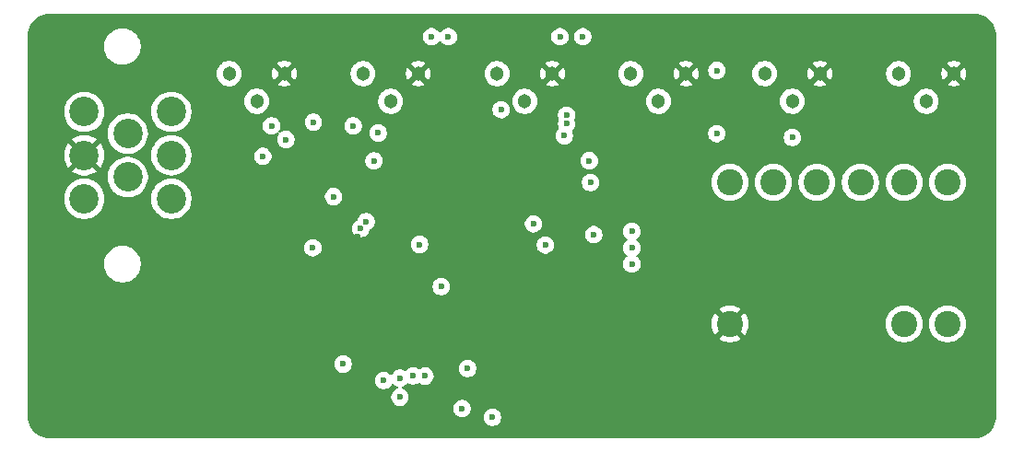
<source format=gbr>
%TF.GenerationSoftware,KiCad,Pcbnew,9.0.2*%
%TF.CreationDate,2025-06-15T01:16:02-07:00*%
%TF.ProjectId,SDM26_BSPD_1.0,53444d32-365f-4425-9350-445f312e302e,rev?*%
%TF.SameCoordinates,Original*%
%TF.FileFunction,Copper,L2,Inr*%
%TF.FilePolarity,Positive*%
%FSLAX46Y46*%
G04 Gerber Fmt 4.6, Leading zero omitted, Abs format (unit mm)*
G04 Created by KiCad (PCBNEW 9.0.2) date 2025-06-15 01:16:02*
%MOMM*%
%LPD*%
G01*
G04 APERTURE LIST*
%TA.AperFunction,ComponentPad*%
%ADD10C,2.700000*%
%TD*%
%TA.AperFunction,ComponentPad*%
%ADD11C,2.400000*%
%TD*%
%TA.AperFunction,ComponentPad*%
%ADD12C,1.303000*%
%TD*%
%TA.AperFunction,ViaPad*%
%ADD13C,0.600000*%
%TD*%
G04 APERTURE END LIST*
D10*
%TO.N,/TPS_MAIN*%
%TO.C,J1*%
X113700000Y-109500000D03*
%TO.N,BSPD KILL SIGNAL*%
X113700000Y-113500000D03*
%TO.N,/12V MASTER*%
X113700000Y-117500000D03*
%TO.N,unconnected-(J1-Pin_4-Pad4)*%
X109700000Y-111500000D03*
%TO.N,/5V PDM*%
X109700000Y-115500000D03*
%TO.N,/BSE*%
X105700000Y-109500000D03*
%TO.N,GND*%
X105700000Y-113500000D03*
%TO.N,/12V IGNITION*%
X105700000Y-117500000D03*
%TD*%
D11*
%TO.N,/HB\u002AT10_REF*%
%TO.C,RED_TP2*%
X169000000Y-116000000D03*
%TD*%
%TO.N,/TIMING_REF*%
%TO.C,RED_TP1*%
X165000000Y-116000000D03*
%TD*%
D12*
%TO.N,+5V*%
%TO.C,VR1*%
X119000000Y-106000000D03*
%TO.N,/TIMING_REF*%
X121540000Y-108540000D03*
%TO.N,GND*%
X124080000Y-106000000D03*
%TD*%
D11*
%TO.N,GND*%
%TO.C,BLACK_TP1*%
X165000000Y-129000000D03*
%TD*%
%TO.N,/TPS_MAIN*%
%TO.C,WHITE_TP2*%
X181000000Y-129000000D03*
%TD*%
%TO.N,/TPS_LOW_REF*%
%TO.C,RED_TP5*%
X181000000Y-116000000D03*
%TD*%
D12*
%TO.N,+5V*%
%TO.C,VR6*%
X180500000Y-106000000D03*
%TO.N,/BSE_LOW_REF*%
X183040000Y-108540000D03*
%TO.N,GND*%
X185580000Y-106000000D03*
%TD*%
%TO.N,+5V*%
%TO.C,VR2*%
X131300000Y-106000000D03*
%TO.N,/HB\u002AT10_REF*%
X133840000Y-108540000D03*
%TO.N,GND*%
X136380000Y-106000000D03*
%TD*%
%TO.N,+5V*%
%TO.C,VR3*%
X143620000Y-106000000D03*
%TO.N,/TPS_10\u0025_REF*%
X146160000Y-108540000D03*
%TO.N,GND*%
X148700000Y-106000000D03*
%TD*%
D11*
%TO.N,/BSE*%
%TO.C,WHITE_TP1*%
X185000000Y-129000000D03*
%TD*%
%TO.N,/BSE_LOW_REF*%
%TO.C,RED_TP6*%
X185000000Y-116000000D03*
%TD*%
D12*
%TO.N,+5V*%
%TO.C,VR4*%
X155900000Y-106000000D03*
%TO.N,/HEAVY_BRAKING_REF*%
X158440000Y-108540000D03*
%TO.N,GND*%
X160980000Y-106000000D03*
%TD*%
%TO.N,+5V*%
%TO.C,VR5*%
X168200000Y-106000000D03*
%TO.N,/TPS_LOW_REF*%
X170740000Y-108540000D03*
%TO.N,GND*%
X173280000Y-106000000D03*
%TD*%
D11*
%TO.N,/TPS_10\u0025_REF*%
%TO.C,RED_TP3*%
X173000000Y-116000000D03*
%TD*%
%TO.N,/HEAVY_BRAKING_REF*%
%TO.C,RED_TP4*%
X177000000Y-116000000D03*
%TD*%
D13*
%TO.N,/12V IGNITION*%
X135919669Y-133780331D03*
X140900000Y-133100000D03*
%TO.N,GND*%
X171100000Y-137700000D03*
X130800000Y-123500000D03*
X148825000Y-118425000D03*
X132500000Y-132600000D03*
X130600000Y-138500000D03*
X106700000Y-139100000D03*
X175100000Y-137700000D03*
X108900000Y-125700000D03*
X141100000Y-115100000D03*
X109700000Y-125700000D03*
X111300000Y-125700000D03*
X108100000Y-139100000D03*
X183100000Y-137700000D03*
X111300000Y-139100000D03*
X112100000Y-125700000D03*
X113700000Y-125700000D03*
X107400000Y-125700000D03*
X179100000Y-137700000D03*
X108900000Y-139100000D03*
X115300000Y-125700000D03*
X112900000Y-125700000D03*
X109700000Y-139100000D03*
X110500000Y-125700000D03*
X112100000Y-139100000D03*
X137400000Y-138500000D03*
X123550000Y-116050000D03*
X108100000Y-125700000D03*
X105300000Y-125700000D03*
X106700000Y-125700000D03*
X105300000Y-139100000D03*
X152600000Y-126500000D03*
X142500000Y-119600000D03*
X106000000Y-125700000D03*
X114500000Y-125700000D03*
X112600000Y-102625000D03*
X123800000Y-138500000D03*
X113700000Y-139100000D03*
X118600000Y-126400000D03*
X115300000Y-139100000D03*
X112900000Y-139100000D03*
X107400000Y-139100000D03*
X167100000Y-137700000D03*
X127300000Y-133575000D03*
X130800000Y-121000000D03*
X132200000Y-115100000D03*
X114500000Y-139100000D03*
X106000000Y-139100000D03*
X138400000Y-131900000D03*
X110500000Y-139100000D03*
%TO.N,/HB\u002AT10_FAULT*%
X124230762Y-112049999D03*
X132300000Y-114009620D03*
%TO.N,/12V MASTER*%
X137000000Y-133800000D03*
X140400000Y-136800000D03*
%TO.N,/5V PDM*%
X134700000Y-134000000D03*
X134700000Y-135750000D03*
%TO.N,+5V*%
X129475000Y-132700000D03*
X136500000Y-121700000D03*
X128600000Y-117300000D03*
X152500000Y-120800000D03*
X152200000Y-116000000D03*
X138500000Y-125575000D03*
X126700000Y-122000000D03*
X146975000Y-119800000D03*
%TO.N,/BL+TL+(HB\u002AT10)_FAULT*%
X132700000Y-111450000D03*
X122100000Y-113600000D03*
%TO.N,/TPS_MAIN*%
X137600000Y-102600000D03*
X139150000Y-102600000D03*
X151500000Y-102600000D03*
X149400000Y-102600000D03*
%TO.N,/TPS_LOW_FAULT*%
X148050000Y-121750000D03*
X156000000Y-120500000D03*
%TO.N,/TPS_10\u0025_REF*%
X150000000Y-109800000D03*
X126750000Y-110450000D03*
%TO.N,/TPS_10\u0025_FAULT*%
X131087851Y-120250000D03*
X156000000Y-123500000D03*
%TO.N,/TPS_LOW_REF*%
X170740000Y-111860000D03*
X152100000Y-114000000D03*
X149800000Y-111700000D03*
%TO.N,/HB\u002AT10_REF*%
X122900000Y-110800000D03*
X144000000Y-109300000D03*
X150000000Y-110600000D03*
%TO.N,Net-(U1-ST)*%
X133200000Y-134200000D03*
X143200000Y-137600000D03*
%TO.N,/HEAVY_BRAKING_FAULT*%
X131600000Y-119600000D03*
X156000000Y-122000000D03*
%TO.N,/HEAVY_BRAKING_REF*%
X130400000Y-110800000D03*
%TO.N,/TIMING_REF*%
X163800000Y-105700000D03*
X163800000Y-111500000D03*
%TD*%
%TA.AperFunction,Conductor*%
%TO.N,GND*%
G36*
X115900000Y-139499500D02*
G01*
X104800000Y-139499500D01*
X104800000Y-125200000D01*
X115900000Y-125200000D01*
X115900000Y-139499500D01*
G37*
%TD.AperFunction*%
%TD*%
%TA.AperFunction,Conductor*%
%TO.N,GND*%
G36*
X187504043Y-100500765D02*
G01*
X187752895Y-100517075D01*
X187768953Y-100519190D01*
X187976105Y-100560395D01*
X188009535Y-100567045D01*
X188025202Y-100571243D01*
X188194947Y-100628863D01*
X188257481Y-100650091D01*
X188272458Y-100656294D01*
X188481799Y-100759529D01*
X188492460Y-100764787D01*
X188506508Y-100772897D01*
X188710464Y-100909177D01*
X188723328Y-100919048D01*
X188907749Y-101080781D01*
X188919218Y-101092250D01*
X189080951Y-101276671D01*
X189090825Y-101289539D01*
X189227102Y-101493492D01*
X189235212Y-101507539D01*
X189343702Y-101727534D01*
X189349909Y-101742520D01*
X189428756Y-101974797D01*
X189432954Y-101990464D01*
X189480807Y-102231035D01*
X189482925Y-102247116D01*
X189499235Y-102495956D01*
X189499500Y-102504066D01*
X189499500Y-137495933D01*
X189499235Y-137504043D01*
X189482925Y-137752883D01*
X189480807Y-137768964D01*
X189432954Y-138009535D01*
X189428756Y-138025202D01*
X189349909Y-138257479D01*
X189343702Y-138272465D01*
X189235212Y-138492460D01*
X189227102Y-138506507D01*
X189090825Y-138710460D01*
X189080951Y-138723328D01*
X188919218Y-138907749D01*
X188907749Y-138919218D01*
X188723328Y-139080951D01*
X188710460Y-139090825D01*
X188506507Y-139227102D01*
X188492460Y-139235212D01*
X188272465Y-139343702D01*
X188257479Y-139349909D01*
X188025202Y-139428756D01*
X188009535Y-139432954D01*
X187768964Y-139480807D01*
X187752883Y-139482925D01*
X187504043Y-139499235D01*
X187495933Y-139499500D01*
X115900000Y-139499500D01*
X115900000Y-136721153D01*
X139599500Y-136721153D01*
X139599500Y-136878846D01*
X139630261Y-137033489D01*
X139630264Y-137033501D01*
X139690602Y-137179172D01*
X139690609Y-137179185D01*
X139778210Y-137310288D01*
X139778213Y-137310292D01*
X139889707Y-137421786D01*
X139889711Y-137421789D01*
X140020814Y-137509390D01*
X140020827Y-137509397D01*
X140166498Y-137569735D01*
X140166503Y-137569737D01*
X140321153Y-137600499D01*
X140321156Y-137600500D01*
X140321158Y-137600500D01*
X140478844Y-137600500D01*
X140478845Y-137600499D01*
X140633497Y-137569737D01*
X140750790Y-137521153D01*
X142399500Y-137521153D01*
X142399500Y-137678846D01*
X142430261Y-137833489D01*
X142430264Y-137833501D01*
X142490602Y-137979172D01*
X142490609Y-137979185D01*
X142578210Y-138110288D01*
X142578213Y-138110292D01*
X142689707Y-138221786D01*
X142689711Y-138221789D01*
X142820814Y-138309390D01*
X142820827Y-138309397D01*
X142966498Y-138369735D01*
X142966503Y-138369737D01*
X143121153Y-138400499D01*
X143121156Y-138400500D01*
X143121158Y-138400500D01*
X143278844Y-138400500D01*
X143278845Y-138400499D01*
X143433497Y-138369737D01*
X143579179Y-138309394D01*
X143710289Y-138221789D01*
X143821789Y-138110289D01*
X143909394Y-137979179D01*
X143969737Y-137833497D01*
X144000500Y-137678842D01*
X144000500Y-137521158D01*
X144000500Y-137521155D01*
X144000499Y-137521153D01*
X143995482Y-137495933D01*
X143969737Y-137366503D01*
X143946452Y-137310288D01*
X143909397Y-137220827D01*
X143909390Y-137220814D01*
X143821789Y-137089711D01*
X143821786Y-137089707D01*
X143710292Y-136978213D01*
X143710288Y-136978210D01*
X143579185Y-136890609D01*
X143579172Y-136890602D01*
X143433501Y-136830264D01*
X143433489Y-136830261D01*
X143278845Y-136799500D01*
X143278842Y-136799500D01*
X143121158Y-136799500D01*
X143121155Y-136799500D01*
X142966510Y-136830261D01*
X142966498Y-136830264D01*
X142820827Y-136890602D01*
X142820814Y-136890609D01*
X142689711Y-136978210D01*
X142689707Y-136978213D01*
X142578213Y-137089707D01*
X142578210Y-137089711D01*
X142490609Y-137220814D01*
X142490602Y-137220827D01*
X142430264Y-137366498D01*
X142430261Y-137366510D01*
X142399500Y-137521153D01*
X140750790Y-137521153D01*
X140779179Y-137509394D01*
X140910289Y-137421789D01*
X141021789Y-137310289D01*
X141109394Y-137179179D01*
X141169737Y-137033497D01*
X141200500Y-136878842D01*
X141200500Y-136721158D01*
X141200500Y-136721155D01*
X141200499Y-136721153D01*
X141169738Y-136566510D01*
X141169737Y-136566503D01*
X141169735Y-136566498D01*
X141109397Y-136420827D01*
X141109390Y-136420814D01*
X141021789Y-136289711D01*
X141021786Y-136289707D01*
X140910292Y-136178213D01*
X140910288Y-136178210D01*
X140779185Y-136090609D01*
X140779172Y-136090602D01*
X140633501Y-136030264D01*
X140633489Y-136030261D01*
X140478845Y-135999500D01*
X140478842Y-135999500D01*
X140321158Y-135999500D01*
X140321155Y-135999500D01*
X140166510Y-136030261D01*
X140166498Y-136030264D01*
X140020827Y-136090602D01*
X140020814Y-136090609D01*
X139889711Y-136178210D01*
X139889707Y-136178213D01*
X139778213Y-136289707D01*
X139778210Y-136289711D01*
X139690609Y-136420814D01*
X139690602Y-136420827D01*
X139630264Y-136566498D01*
X139630261Y-136566510D01*
X139599500Y-136721153D01*
X115900000Y-136721153D01*
X115900000Y-134121153D01*
X132399500Y-134121153D01*
X132399500Y-134278846D01*
X132430261Y-134433489D01*
X132430264Y-134433501D01*
X132490602Y-134579172D01*
X132490609Y-134579185D01*
X132578210Y-134710288D01*
X132578213Y-134710292D01*
X132689707Y-134821786D01*
X132689711Y-134821789D01*
X132820814Y-134909390D01*
X132820827Y-134909397D01*
X132917646Y-134949500D01*
X132966503Y-134969737D01*
X133121153Y-135000499D01*
X133121156Y-135000500D01*
X133121158Y-135000500D01*
X133278844Y-135000500D01*
X133278845Y-135000499D01*
X133433497Y-134969737D01*
X133579179Y-134909394D01*
X133710289Y-134821789D01*
X133821789Y-134710289D01*
X133909394Y-134579179D01*
X133909396Y-134579172D01*
X133912264Y-134573809D01*
X133914213Y-134574851D01*
X133951796Y-134528174D01*
X134018081Y-134506081D01*
X134085787Y-134523331D01*
X134110240Y-134542319D01*
X134189707Y-134621786D01*
X134189711Y-134621789D01*
X134320814Y-134709390D01*
X134320827Y-134709397D01*
X134444054Y-134760439D01*
X134498458Y-134804280D01*
X134520523Y-134870574D01*
X134503244Y-134938273D01*
X134452107Y-134985884D01*
X134444054Y-134989561D01*
X134320827Y-135040602D01*
X134320814Y-135040609D01*
X134189711Y-135128210D01*
X134189707Y-135128213D01*
X134078213Y-135239707D01*
X134078210Y-135239711D01*
X133990609Y-135370814D01*
X133990602Y-135370827D01*
X133930264Y-135516498D01*
X133930261Y-135516510D01*
X133899500Y-135671153D01*
X133899500Y-135828846D01*
X133930261Y-135983489D01*
X133930264Y-135983501D01*
X133990602Y-136129172D01*
X133990609Y-136129185D01*
X134078210Y-136260288D01*
X134078213Y-136260292D01*
X134189707Y-136371786D01*
X134189711Y-136371789D01*
X134320814Y-136459390D01*
X134320827Y-136459397D01*
X134466498Y-136519735D01*
X134466503Y-136519737D01*
X134621153Y-136550499D01*
X134621156Y-136550500D01*
X134621158Y-136550500D01*
X134778844Y-136550500D01*
X134778845Y-136550499D01*
X134933497Y-136519737D01*
X135079179Y-136459394D01*
X135210289Y-136371789D01*
X135321789Y-136260289D01*
X135409394Y-136129179D01*
X135469737Y-135983497D01*
X135500500Y-135828842D01*
X135500500Y-135671158D01*
X135500500Y-135671155D01*
X135500499Y-135671153D01*
X135469738Y-135516510D01*
X135469737Y-135516503D01*
X135469735Y-135516498D01*
X135409397Y-135370827D01*
X135409390Y-135370814D01*
X135321789Y-135239711D01*
X135321786Y-135239707D01*
X135210292Y-135128213D01*
X135210288Y-135128210D01*
X135079185Y-135040609D01*
X135079172Y-135040602D01*
X134955945Y-134989561D01*
X134901541Y-134945721D01*
X134879476Y-134879427D01*
X134896755Y-134811727D01*
X134947892Y-134764116D01*
X134955945Y-134760439D01*
X135079172Y-134709397D01*
X135079172Y-134709396D01*
X135079179Y-134709394D01*
X135210289Y-134621789D01*
X135321789Y-134510289D01*
X135329901Y-134498148D01*
X135383510Y-134453344D01*
X135452835Y-134444634D01*
X135501892Y-134463935D01*
X135540490Y-134489725D01*
X135540492Y-134489726D01*
X135540496Y-134489728D01*
X135667464Y-134542319D01*
X135686172Y-134550068D01*
X135810764Y-134574851D01*
X135840822Y-134580830D01*
X135840825Y-134580831D01*
X135840827Y-134580831D01*
X135998513Y-134580831D01*
X135998514Y-134580830D01*
X136153166Y-134550068D01*
X136298848Y-134489725D01*
X136376226Y-134438022D01*
X136442902Y-134417145D01*
X136510282Y-134435629D01*
X136514003Y-134438020D01*
X136620821Y-134509394D01*
X136620823Y-134509395D01*
X136620827Y-134509397D01*
X136766498Y-134569735D01*
X136766503Y-134569737D01*
X136921153Y-134600499D01*
X136921156Y-134600500D01*
X136921158Y-134600500D01*
X137078844Y-134600500D01*
X137078845Y-134600499D01*
X137233497Y-134569737D01*
X137379179Y-134509394D01*
X137510289Y-134421789D01*
X137621789Y-134310289D01*
X137709394Y-134179179D01*
X137769737Y-134033497D01*
X137800500Y-133878842D01*
X137800500Y-133721158D01*
X137800500Y-133721155D01*
X137800499Y-133721153D01*
X137794244Y-133689707D01*
X137769737Y-133566503D01*
X137742398Y-133500500D01*
X137709397Y-133420827D01*
X137709390Y-133420814D01*
X137621789Y-133289711D01*
X137621786Y-133289707D01*
X137510292Y-133178213D01*
X137510288Y-133178210D01*
X137420429Y-133118168D01*
X137379185Y-133090609D01*
X137379172Y-133090602D01*
X137233501Y-133030264D01*
X137233489Y-133030261D01*
X137187701Y-133021153D01*
X140099500Y-133021153D01*
X140099500Y-133178846D01*
X140130261Y-133333489D01*
X140130264Y-133333501D01*
X140190602Y-133479172D01*
X140190609Y-133479185D01*
X140278210Y-133610288D01*
X140278213Y-133610292D01*
X140389707Y-133721786D01*
X140389711Y-133721789D01*
X140520814Y-133809390D01*
X140520827Y-133809397D01*
X140666498Y-133869735D01*
X140666503Y-133869737D01*
X140821153Y-133900499D01*
X140821156Y-133900500D01*
X140821158Y-133900500D01*
X140978844Y-133900500D01*
X140978845Y-133900499D01*
X141133497Y-133869737D01*
X141251592Y-133820821D01*
X141279172Y-133809397D01*
X141279172Y-133809396D01*
X141279179Y-133809394D01*
X141410289Y-133721789D01*
X141521789Y-133610289D01*
X141609394Y-133479179D01*
X141669737Y-133333497D01*
X141700500Y-133178842D01*
X141700500Y-133021158D01*
X141700500Y-133021155D01*
X141700499Y-133021153D01*
X141669738Y-132866510D01*
X141669737Y-132866503D01*
X141633427Y-132778842D01*
X141609397Y-132720827D01*
X141609390Y-132720814D01*
X141521789Y-132589711D01*
X141521786Y-132589707D01*
X141410292Y-132478213D01*
X141410288Y-132478210D01*
X141279185Y-132390609D01*
X141279172Y-132390602D01*
X141133501Y-132330264D01*
X141133489Y-132330261D01*
X140978845Y-132299500D01*
X140978842Y-132299500D01*
X140821158Y-132299500D01*
X140821155Y-132299500D01*
X140666510Y-132330261D01*
X140666498Y-132330264D01*
X140520827Y-132390602D01*
X140520814Y-132390609D01*
X140389711Y-132478210D01*
X140389707Y-132478213D01*
X140278213Y-132589707D01*
X140278210Y-132589711D01*
X140190609Y-132720814D01*
X140190602Y-132720827D01*
X140130264Y-132866498D01*
X140130261Y-132866510D01*
X140099500Y-133021153D01*
X137187701Y-133021153D01*
X137078845Y-132999500D01*
X137078842Y-132999500D01*
X136921158Y-132999500D01*
X136921155Y-132999500D01*
X136766510Y-133030261D01*
X136766498Y-133030264D01*
X136620827Y-133090602D01*
X136620816Y-133090608D01*
X136543442Y-133142308D01*
X136476765Y-133163185D01*
X136409385Y-133144700D01*
X136405661Y-133142307D01*
X136298854Y-133070940D01*
X136298841Y-133070933D01*
X136153170Y-133010595D01*
X136153158Y-133010592D01*
X135998514Y-132979831D01*
X135998511Y-132979831D01*
X135840827Y-132979831D01*
X135840824Y-132979831D01*
X135686179Y-133010592D01*
X135686167Y-133010595D01*
X135540496Y-133070933D01*
X135540483Y-133070940D01*
X135409380Y-133158541D01*
X135409376Y-133158544D01*
X135297881Y-133270039D01*
X135289765Y-133282186D01*
X135236150Y-133326989D01*
X135166825Y-133335694D01*
X135117775Y-133316394D01*
X135079183Y-133290608D01*
X135079172Y-133290602D01*
X134933501Y-133230264D01*
X134933489Y-133230261D01*
X134778845Y-133199500D01*
X134778842Y-133199500D01*
X134621158Y-133199500D01*
X134621155Y-133199500D01*
X134466510Y-133230261D01*
X134466498Y-133230264D01*
X134320827Y-133290602D01*
X134320814Y-133290609D01*
X134189711Y-133378210D01*
X134189707Y-133378213D01*
X134078213Y-133489707D01*
X134078210Y-133489711D01*
X133990609Y-133620814D01*
X133987736Y-133626191D01*
X133985797Y-133625154D01*
X133948149Y-133671863D01*
X133881852Y-133693920D01*
X133814155Y-133676634D01*
X133789759Y-133657680D01*
X133710292Y-133578213D01*
X133710288Y-133578210D01*
X133579185Y-133490609D01*
X133579172Y-133490602D01*
X133433501Y-133430264D01*
X133433489Y-133430261D01*
X133278845Y-133399500D01*
X133278842Y-133399500D01*
X133121158Y-133399500D01*
X133121155Y-133399500D01*
X132966510Y-133430261D01*
X132966498Y-133430264D01*
X132820827Y-133490602D01*
X132820814Y-133490609D01*
X132689711Y-133578210D01*
X132689707Y-133578213D01*
X132578213Y-133689707D01*
X132578210Y-133689711D01*
X132490609Y-133820814D01*
X132490602Y-133820827D01*
X132430264Y-133966498D01*
X132430261Y-133966510D01*
X132399500Y-134121153D01*
X115900000Y-134121153D01*
X115900000Y-132621153D01*
X128674500Y-132621153D01*
X128674500Y-132778846D01*
X128705261Y-132933489D01*
X128705264Y-132933501D01*
X128765602Y-133079172D01*
X128765609Y-133079185D01*
X128853210Y-133210288D01*
X128853213Y-133210292D01*
X128964707Y-133321786D01*
X128964711Y-133321789D01*
X129095814Y-133409390D01*
X129095827Y-133409397D01*
X129241498Y-133469735D01*
X129241503Y-133469737D01*
X129396153Y-133500499D01*
X129396156Y-133500500D01*
X129396158Y-133500500D01*
X129553844Y-133500500D01*
X129553845Y-133500499D01*
X129708497Y-133469737D01*
X129826592Y-133420821D01*
X129854172Y-133409397D01*
X129854172Y-133409396D01*
X129854179Y-133409394D01*
X129985289Y-133321789D01*
X130096789Y-133210289D01*
X130184394Y-133079179D01*
X130244737Y-132933497D01*
X130275500Y-132778842D01*
X130275500Y-132621158D01*
X130275500Y-132621155D01*
X130275499Y-132621153D01*
X130247066Y-132478211D01*
X130244737Y-132466503D01*
X130213298Y-132390602D01*
X130184397Y-132320827D01*
X130184390Y-132320814D01*
X130096789Y-132189711D01*
X130096786Y-132189707D01*
X129985292Y-132078213D01*
X129985288Y-132078210D01*
X129854185Y-131990609D01*
X129854172Y-131990602D01*
X129708501Y-131930264D01*
X129708489Y-131930261D01*
X129553845Y-131899500D01*
X129553842Y-131899500D01*
X129396158Y-131899500D01*
X129396155Y-131899500D01*
X129241510Y-131930261D01*
X129241498Y-131930264D01*
X129095827Y-131990602D01*
X129095814Y-131990609D01*
X128964711Y-132078210D01*
X128964707Y-132078213D01*
X128853213Y-132189707D01*
X128853210Y-132189711D01*
X128765609Y-132320814D01*
X128765602Y-132320827D01*
X128705264Y-132466498D01*
X128705261Y-132466510D01*
X128674500Y-132621153D01*
X115900000Y-132621153D01*
X115900000Y-128888575D01*
X163300000Y-128888575D01*
X163300000Y-129111424D01*
X163329085Y-129332354D01*
X163329088Y-129332367D01*
X163386763Y-129547618D01*
X163472045Y-129753502D01*
X163472054Y-129753520D01*
X163583464Y-129946491D01*
X163583473Y-129946504D01*
X163634040Y-130012403D01*
X163634043Y-130012403D01*
X164284152Y-129362293D01*
X164291049Y-129378942D01*
X164378599Y-129509970D01*
X164490030Y-129621401D01*
X164621058Y-129708951D01*
X164637705Y-129715846D01*
X163987595Y-130365955D01*
X163987595Y-130365956D01*
X164053507Y-130416533D01*
X164246485Y-130527949D01*
X164246497Y-130527954D01*
X164452381Y-130613236D01*
X164667632Y-130670911D01*
X164667645Y-130670914D01*
X164888575Y-130700000D01*
X165111425Y-130700000D01*
X165332354Y-130670914D01*
X165332367Y-130670911D01*
X165547618Y-130613236D01*
X165753502Y-130527954D01*
X165753514Y-130527949D01*
X165946498Y-130416530D01*
X166012403Y-130365957D01*
X166012404Y-130365956D01*
X165362294Y-129715846D01*
X165378942Y-129708951D01*
X165509970Y-129621401D01*
X165621401Y-129509970D01*
X165708951Y-129378942D01*
X165715846Y-129362294D01*
X166365956Y-130012404D01*
X166365957Y-130012403D01*
X166416530Y-129946498D01*
X166527949Y-129753514D01*
X166527954Y-129753502D01*
X166613236Y-129547618D01*
X166670911Y-129332367D01*
X166670914Y-129332354D01*
X166700000Y-129111424D01*
X166700000Y-128888575D01*
X166699997Y-128888549D01*
X179299500Y-128888549D01*
X179299500Y-129111450D01*
X179299501Y-129111466D01*
X179328594Y-129332452D01*
X179328595Y-129332457D01*
X179328596Y-129332463D01*
X179386290Y-129547780D01*
X179386293Y-129547790D01*
X179471593Y-129753722D01*
X179471595Y-129753726D01*
X179583052Y-129946774D01*
X179583057Y-129946780D01*
X179583058Y-129946782D01*
X179718751Y-130123622D01*
X179718757Y-130123629D01*
X179876370Y-130281242D01*
X179876376Y-130281247D01*
X180053226Y-130416948D01*
X180246274Y-130528405D01*
X180376140Y-130582197D01*
X180451074Y-130613236D01*
X180452219Y-130613710D01*
X180667537Y-130671404D01*
X180888543Y-130700500D01*
X180888550Y-130700500D01*
X181111450Y-130700500D01*
X181111457Y-130700500D01*
X181332463Y-130671404D01*
X181547781Y-130613710D01*
X181753726Y-130528405D01*
X181946774Y-130416948D01*
X182123624Y-130281247D01*
X182281247Y-130123624D01*
X182416948Y-129946774D01*
X182528405Y-129753726D01*
X182613710Y-129547781D01*
X182671404Y-129332463D01*
X182700500Y-129111457D01*
X182700500Y-128888549D01*
X183299500Y-128888549D01*
X183299500Y-129111450D01*
X183299501Y-129111466D01*
X183328594Y-129332452D01*
X183328595Y-129332457D01*
X183328596Y-129332463D01*
X183386290Y-129547780D01*
X183386293Y-129547790D01*
X183471593Y-129753722D01*
X183471595Y-129753726D01*
X183583052Y-129946774D01*
X183583057Y-129946780D01*
X183583058Y-129946782D01*
X183718751Y-130123622D01*
X183718757Y-130123629D01*
X183876370Y-130281242D01*
X183876376Y-130281247D01*
X184053226Y-130416948D01*
X184246274Y-130528405D01*
X184376140Y-130582197D01*
X184451074Y-130613236D01*
X184452219Y-130613710D01*
X184667537Y-130671404D01*
X184888543Y-130700500D01*
X184888550Y-130700500D01*
X185111450Y-130700500D01*
X185111457Y-130700500D01*
X185332463Y-130671404D01*
X185547781Y-130613710D01*
X185753726Y-130528405D01*
X185946774Y-130416948D01*
X186123624Y-130281247D01*
X186281247Y-130123624D01*
X186416948Y-129946774D01*
X186528405Y-129753726D01*
X186613710Y-129547781D01*
X186671404Y-129332463D01*
X186700500Y-129111457D01*
X186700500Y-128888543D01*
X186671404Y-128667537D01*
X186613710Y-128452219D01*
X186528405Y-128246274D01*
X186416948Y-128053226D01*
X186281247Y-127876376D01*
X186281242Y-127876370D01*
X186123629Y-127718757D01*
X186123622Y-127718751D01*
X185946782Y-127583058D01*
X185946780Y-127583057D01*
X185946774Y-127583052D01*
X185753726Y-127471595D01*
X185753722Y-127471593D01*
X185547790Y-127386293D01*
X185547783Y-127386291D01*
X185547781Y-127386290D01*
X185332463Y-127328596D01*
X185332457Y-127328595D01*
X185332452Y-127328594D01*
X185111466Y-127299501D01*
X185111463Y-127299500D01*
X185111457Y-127299500D01*
X184888543Y-127299500D01*
X184888537Y-127299500D01*
X184888533Y-127299501D01*
X184667547Y-127328594D01*
X184667540Y-127328595D01*
X184667537Y-127328596D01*
X184452219Y-127386290D01*
X184452209Y-127386293D01*
X184246277Y-127471593D01*
X184246273Y-127471595D01*
X184053226Y-127583052D01*
X184053217Y-127583058D01*
X183876377Y-127718751D01*
X183876370Y-127718757D01*
X183718757Y-127876370D01*
X183718751Y-127876377D01*
X183583058Y-128053217D01*
X183583052Y-128053226D01*
X183471595Y-128246273D01*
X183471593Y-128246277D01*
X183386293Y-128452209D01*
X183386290Y-128452219D01*
X183328597Y-128667534D01*
X183328594Y-128667547D01*
X183299501Y-128888533D01*
X183299500Y-128888549D01*
X182700500Y-128888549D01*
X182700500Y-128888543D01*
X182671404Y-128667537D01*
X182613710Y-128452219D01*
X182528405Y-128246274D01*
X182416948Y-128053226D01*
X182281247Y-127876376D01*
X182281242Y-127876370D01*
X182123629Y-127718757D01*
X182123622Y-127718751D01*
X181946782Y-127583058D01*
X181946780Y-127583057D01*
X181946774Y-127583052D01*
X181753726Y-127471595D01*
X181753722Y-127471593D01*
X181547790Y-127386293D01*
X181547783Y-127386291D01*
X181547781Y-127386290D01*
X181332463Y-127328596D01*
X181332457Y-127328595D01*
X181332452Y-127328594D01*
X181111466Y-127299501D01*
X181111463Y-127299500D01*
X181111457Y-127299500D01*
X180888543Y-127299500D01*
X180888537Y-127299500D01*
X180888533Y-127299501D01*
X180667547Y-127328594D01*
X180667540Y-127328595D01*
X180667537Y-127328596D01*
X180452219Y-127386290D01*
X180452209Y-127386293D01*
X180246277Y-127471593D01*
X180246273Y-127471595D01*
X180053226Y-127583052D01*
X180053217Y-127583058D01*
X179876377Y-127718751D01*
X179876370Y-127718757D01*
X179718757Y-127876370D01*
X179718751Y-127876377D01*
X179583058Y-128053217D01*
X179583052Y-128053226D01*
X179471595Y-128246273D01*
X179471593Y-128246277D01*
X179386293Y-128452209D01*
X179386290Y-128452219D01*
X179328597Y-128667534D01*
X179328594Y-128667547D01*
X179299501Y-128888533D01*
X179299500Y-128888549D01*
X166699997Y-128888549D01*
X166670914Y-128667645D01*
X166670911Y-128667632D01*
X166613236Y-128452381D01*
X166527954Y-128246497D01*
X166527949Y-128246485D01*
X166416533Y-128053507D01*
X166365956Y-127987595D01*
X166365955Y-127987595D01*
X165715846Y-128637704D01*
X165708951Y-128621058D01*
X165621401Y-128490030D01*
X165509970Y-128378599D01*
X165378942Y-128291049D01*
X165362293Y-128284152D01*
X166012403Y-127634043D01*
X166012403Y-127634040D01*
X165946504Y-127583473D01*
X165946491Y-127583464D01*
X165753520Y-127472054D01*
X165753502Y-127472045D01*
X165547618Y-127386763D01*
X165332367Y-127329088D01*
X165332354Y-127329085D01*
X165111425Y-127300000D01*
X164888575Y-127300000D01*
X164667645Y-127329085D01*
X164667632Y-127329088D01*
X164452381Y-127386763D01*
X164246497Y-127472045D01*
X164246479Y-127472054D01*
X164053511Y-127583462D01*
X163987595Y-127634042D01*
X164637706Y-128284152D01*
X164621058Y-128291049D01*
X164490030Y-128378599D01*
X164378599Y-128490030D01*
X164291049Y-128621058D01*
X164284153Y-128637706D01*
X163634042Y-127987595D01*
X163583462Y-128053511D01*
X163472054Y-128246479D01*
X163472045Y-128246497D01*
X163386763Y-128452381D01*
X163329088Y-128667632D01*
X163329085Y-128667645D01*
X163300000Y-128888575D01*
X115900000Y-128888575D01*
X115900000Y-125496153D01*
X137699500Y-125496153D01*
X137699500Y-125653846D01*
X137730261Y-125808489D01*
X137730264Y-125808501D01*
X137790602Y-125954172D01*
X137790609Y-125954185D01*
X137878210Y-126085288D01*
X137878213Y-126085292D01*
X137989707Y-126196786D01*
X137989711Y-126196789D01*
X138120814Y-126284390D01*
X138120827Y-126284397D01*
X138266498Y-126344735D01*
X138266503Y-126344737D01*
X138421153Y-126375499D01*
X138421156Y-126375500D01*
X138421158Y-126375500D01*
X138578844Y-126375500D01*
X138578845Y-126375499D01*
X138733497Y-126344737D01*
X138879179Y-126284394D01*
X139010289Y-126196789D01*
X139121789Y-126085289D01*
X139209394Y-125954179D01*
X139269737Y-125808497D01*
X139300500Y-125653842D01*
X139300500Y-125496158D01*
X139300500Y-125496155D01*
X139300499Y-125496153D01*
X139269738Y-125341510D01*
X139269737Y-125341503D01*
X139269735Y-125341498D01*
X139209397Y-125195827D01*
X139209390Y-125195814D01*
X139121789Y-125064711D01*
X139121786Y-125064707D01*
X139010292Y-124953213D01*
X139010288Y-124953210D01*
X138879185Y-124865609D01*
X138879172Y-124865602D01*
X138733501Y-124805264D01*
X138733489Y-124805261D01*
X138578845Y-124774500D01*
X138578842Y-124774500D01*
X138421158Y-124774500D01*
X138421155Y-124774500D01*
X138266510Y-124805261D01*
X138266498Y-124805264D01*
X138120827Y-124865602D01*
X138120814Y-124865609D01*
X137989711Y-124953210D01*
X137989707Y-124953213D01*
X137878213Y-125064707D01*
X137878210Y-125064711D01*
X137790609Y-125195814D01*
X137790602Y-125195827D01*
X137730264Y-125341498D01*
X137730261Y-125341510D01*
X137699500Y-125496153D01*
X115900000Y-125496153D01*
X115900000Y-125200000D01*
X104800000Y-125200000D01*
X104800000Y-139499500D01*
X102504067Y-139499500D01*
X102495957Y-139499235D01*
X102247116Y-139482925D01*
X102231035Y-139480807D01*
X101990464Y-139432954D01*
X101974797Y-139428756D01*
X101742520Y-139349909D01*
X101727534Y-139343702D01*
X101507539Y-139235212D01*
X101493492Y-139227102D01*
X101289539Y-139090825D01*
X101276671Y-139080951D01*
X101092250Y-138919218D01*
X101080781Y-138907749D01*
X100919048Y-138723328D01*
X100909174Y-138710460D01*
X100772897Y-138506507D01*
X100764787Y-138492460D01*
X100704267Y-138369738D01*
X100656294Y-138272458D01*
X100650090Y-138257479D01*
X100571243Y-138025202D01*
X100567045Y-138009535D01*
X100559186Y-137970026D01*
X100519190Y-137768953D01*
X100517075Y-137752895D01*
X100500765Y-137504043D01*
X100500500Y-137495933D01*
X100500500Y-123390188D01*
X107524500Y-123390188D01*
X107524500Y-123609811D01*
X107524501Y-123609828D01*
X107553167Y-123827573D01*
X107610014Y-124039729D01*
X107680290Y-124209390D01*
X107694065Y-124242645D01*
X107803884Y-124432855D01*
X107803889Y-124432861D01*
X107803890Y-124432863D01*
X107937588Y-124607102D01*
X107937594Y-124607109D01*
X108092890Y-124762405D01*
X108092896Y-124762410D01*
X108267145Y-124896116D01*
X108457355Y-125005935D01*
X108558814Y-125047960D01*
X108660270Y-125089985D01*
X108660271Y-125089985D01*
X108660273Y-125089986D01*
X108872425Y-125146832D01*
X109090182Y-125175500D01*
X109090189Y-125175500D01*
X109309811Y-125175500D01*
X109309818Y-125175500D01*
X109527575Y-125146832D01*
X109739727Y-125089986D01*
X109942645Y-125005935D01*
X110132855Y-124896116D01*
X110307104Y-124762410D01*
X110462410Y-124607104D01*
X110596116Y-124432855D01*
X110705935Y-124242645D01*
X110789986Y-124039727D01*
X110846832Y-123827575D01*
X110875500Y-123609818D01*
X110875500Y-123390182D01*
X110846832Y-123172425D01*
X110789986Y-122960273D01*
X110705935Y-122757355D01*
X110596116Y-122567145D01*
X110552488Y-122510288D01*
X110462411Y-122392897D01*
X110462405Y-122392890D01*
X110307109Y-122237594D01*
X110307102Y-122237588D01*
X110132863Y-122103890D01*
X110132861Y-122103889D01*
X110132855Y-122103884D01*
X109991814Y-122022453D01*
X109991812Y-122022451D01*
X109942652Y-121994068D01*
X109942641Y-121994063D01*
X109766621Y-121921153D01*
X125899500Y-121921153D01*
X125899500Y-122078846D01*
X125930261Y-122233489D01*
X125930264Y-122233501D01*
X125990602Y-122379172D01*
X125990609Y-122379185D01*
X126078210Y-122510288D01*
X126078213Y-122510292D01*
X126189707Y-122621786D01*
X126189711Y-122621789D01*
X126320814Y-122709390D01*
X126320827Y-122709397D01*
X126436610Y-122757355D01*
X126466503Y-122769737D01*
X126621153Y-122800499D01*
X126621156Y-122800500D01*
X126621158Y-122800500D01*
X126778844Y-122800500D01*
X126778845Y-122800499D01*
X126933497Y-122769737D01*
X127079179Y-122709394D01*
X127210289Y-122621789D01*
X127321789Y-122510289D01*
X127409394Y-122379179D01*
X127469737Y-122233497D01*
X127500500Y-122078842D01*
X127500500Y-121921158D01*
X127500500Y-121921155D01*
X127500499Y-121921153D01*
X127486976Y-121853168D01*
X127469737Y-121766503D01*
X127469735Y-121766498D01*
X127426666Y-121662518D01*
X127409532Y-121621153D01*
X135699500Y-121621153D01*
X135699500Y-121778846D01*
X135730261Y-121933489D01*
X135730264Y-121933501D01*
X135790602Y-122079172D01*
X135790609Y-122079185D01*
X135878210Y-122210288D01*
X135878213Y-122210292D01*
X135989707Y-122321786D01*
X135989711Y-122321789D01*
X136120814Y-122409390D01*
X136120827Y-122409397D01*
X136266498Y-122469735D01*
X136266503Y-122469737D01*
X136421153Y-122500499D01*
X136421156Y-122500500D01*
X136421158Y-122500500D01*
X136578844Y-122500500D01*
X136578845Y-122500499D01*
X136733497Y-122469737D01*
X136879179Y-122409394D01*
X137010289Y-122321789D01*
X137121789Y-122210289D01*
X137209394Y-122079179D01*
X137269737Y-121933497D01*
X137300500Y-121778842D01*
X137300500Y-121671153D01*
X147249500Y-121671153D01*
X147249500Y-121828846D01*
X147280261Y-121983489D01*
X147280264Y-121983501D01*
X147340602Y-122129172D01*
X147340609Y-122129185D01*
X147428210Y-122260288D01*
X147428213Y-122260292D01*
X147539707Y-122371786D01*
X147539711Y-122371789D01*
X147670814Y-122459390D01*
X147670827Y-122459397D01*
X147816498Y-122519735D01*
X147816503Y-122519737D01*
X147971153Y-122550499D01*
X147971156Y-122550500D01*
X147971158Y-122550500D01*
X148128844Y-122550500D01*
X148128845Y-122550499D01*
X148283497Y-122519737D01*
X148429179Y-122459394D01*
X148560289Y-122371789D01*
X148671789Y-122260289D01*
X148759394Y-122129179D01*
X148819737Y-121983497D01*
X148850500Y-121828842D01*
X148850500Y-121671158D01*
X148850500Y-121671155D01*
X148850499Y-121671153D01*
X148830326Y-121569737D01*
X148819737Y-121516503D01*
X148816791Y-121509390D01*
X148759397Y-121370827D01*
X148759390Y-121370814D01*
X148671789Y-121239711D01*
X148671786Y-121239707D01*
X148560292Y-121128213D01*
X148560288Y-121128210D01*
X148429185Y-121040609D01*
X148429172Y-121040602D01*
X148283501Y-120980264D01*
X148283489Y-120980261D01*
X148128845Y-120949500D01*
X148128842Y-120949500D01*
X147971158Y-120949500D01*
X147971155Y-120949500D01*
X147816510Y-120980261D01*
X147816498Y-120980264D01*
X147670827Y-121040602D01*
X147670814Y-121040609D01*
X147539711Y-121128210D01*
X147539707Y-121128213D01*
X147428213Y-121239707D01*
X147428210Y-121239711D01*
X147340609Y-121370814D01*
X147340602Y-121370827D01*
X147280264Y-121516498D01*
X147280261Y-121516510D01*
X147249500Y-121671153D01*
X137300500Y-121671153D01*
X137300500Y-121621158D01*
X137300500Y-121621155D01*
X137300499Y-121621153D01*
X137279684Y-121516510D01*
X137269737Y-121466503D01*
X137251215Y-121421786D01*
X137209397Y-121320827D01*
X137209390Y-121320814D01*
X137121789Y-121189711D01*
X137121786Y-121189707D01*
X137010292Y-121078213D01*
X137010288Y-121078210D01*
X136879185Y-120990609D01*
X136879172Y-120990602D01*
X136733501Y-120930264D01*
X136733489Y-120930261D01*
X136578845Y-120899500D01*
X136578842Y-120899500D01*
X136421158Y-120899500D01*
X136421155Y-120899500D01*
X136266510Y-120930261D01*
X136266498Y-120930264D01*
X136120827Y-120990602D01*
X136120814Y-120990609D01*
X135989711Y-121078210D01*
X135989707Y-121078213D01*
X135878213Y-121189707D01*
X135878210Y-121189711D01*
X135790609Y-121320814D01*
X135790602Y-121320827D01*
X135730264Y-121466498D01*
X135730261Y-121466510D01*
X135699500Y-121621153D01*
X127409532Y-121621153D01*
X127409395Y-121620823D01*
X127409390Y-121620814D01*
X127321789Y-121489711D01*
X127321786Y-121489707D01*
X127210292Y-121378213D01*
X127210288Y-121378210D01*
X127079185Y-121290609D01*
X127079172Y-121290602D01*
X126933501Y-121230264D01*
X126933489Y-121230261D01*
X126778845Y-121199500D01*
X126778842Y-121199500D01*
X126621158Y-121199500D01*
X126621155Y-121199500D01*
X126466510Y-121230261D01*
X126466498Y-121230264D01*
X126320827Y-121290602D01*
X126320814Y-121290609D01*
X126189711Y-121378210D01*
X126189707Y-121378213D01*
X126078213Y-121489707D01*
X126078210Y-121489711D01*
X125990609Y-121620814D01*
X125990602Y-121620827D01*
X125930264Y-121766498D01*
X125930261Y-121766510D01*
X125899500Y-121921153D01*
X109766621Y-121921153D01*
X109739729Y-121910014D01*
X109527573Y-121853167D01*
X109309828Y-121824501D01*
X109309823Y-121824500D01*
X109309818Y-121824500D01*
X109090182Y-121824500D01*
X109090176Y-121824500D01*
X109090171Y-121824501D01*
X108872426Y-121853167D01*
X108660270Y-121910014D01*
X108457358Y-121994063D01*
X108457354Y-121994065D01*
X108267145Y-122103884D01*
X108267136Y-122103890D01*
X108092897Y-122237588D01*
X108092890Y-122237594D01*
X107937594Y-122392890D01*
X107937588Y-122392897D01*
X107803890Y-122567136D01*
X107803884Y-122567145D01*
X107694065Y-122757354D01*
X107694063Y-122757358D01*
X107610014Y-122960270D01*
X107553167Y-123172426D01*
X107524501Y-123390171D01*
X107524500Y-123390188D01*
X100500500Y-123390188D01*
X100500500Y-120171153D01*
X130287351Y-120171153D01*
X130287351Y-120328846D01*
X130318112Y-120483489D01*
X130318115Y-120483501D01*
X130378453Y-120629172D01*
X130378460Y-120629185D01*
X130466061Y-120760288D01*
X130466064Y-120760292D01*
X130577558Y-120871786D01*
X130577562Y-120871789D01*
X130708665Y-120959390D01*
X130708678Y-120959397D01*
X130854349Y-121019735D01*
X130854354Y-121019737D01*
X131009004Y-121050499D01*
X131009007Y-121050500D01*
X131009009Y-121050500D01*
X131166695Y-121050500D01*
X131166696Y-121050499D01*
X131321348Y-121019737D01*
X131467030Y-120959394D01*
X131598140Y-120871789D01*
X131709640Y-120760289D01*
X131735790Y-120721153D01*
X151699500Y-120721153D01*
X151699500Y-120878846D01*
X151730261Y-121033489D01*
X151730264Y-121033501D01*
X151790602Y-121179172D01*
X151790609Y-121179185D01*
X151878210Y-121310288D01*
X151878213Y-121310292D01*
X151989707Y-121421786D01*
X151989711Y-121421789D01*
X152120814Y-121509390D01*
X152120827Y-121509397D01*
X152266498Y-121569735D01*
X152266503Y-121569737D01*
X152421153Y-121600499D01*
X152421156Y-121600500D01*
X152421158Y-121600500D01*
X152578844Y-121600500D01*
X152578845Y-121600499D01*
X152733497Y-121569737D01*
X152879179Y-121509394D01*
X153010289Y-121421789D01*
X153121789Y-121310289D01*
X153209394Y-121179179D01*
X153269737Y-121033497D01*
X153300500Y-120878842D01*
X153300500Y-120721158D01*
X153300500Y-120721155D01*
X153300499Y-120721153D01*
X153282204Y-120629179D01*
X153269737Y-120566503D01*
X153269735Y-120566498D01*
X153226666Y-120462518D01*
X153209532Y-120421153D01*
X155199500Y-120421153D01*
X155199500Y-120578846D01*
X155230261Y-120733489D01*
X155230264Y-120733501D01*
X155290602Y-120879172D01*
X155290609Y-120879185D01*
X155378210Y-121010288D01*
X155378213Y-121010292D01*
X155489707Y-121121786D01*
X155489710Y-121121788D01*
X155489711Y-121121789D01*
X155499321Y-121128210D01*
X155527289Y-121146898D01*
X155572093Y-121200511D01*
X155580800Y-121269836D01*
X155550645Y-121332863D01*
X155527289Y-121353102D01*
X155489707Y-121378213D01*
X155378213Y-121489707D01*
X155378210Y-121489711D01*
X155290609Y-121620814D01*
X155290602Y-121620827D01*
X155230264Y-121766498D01*
X155230261Y-121766510D01*
X155199500Y-121921153D01*
X155199500Y-122078846D01*
X155230261Y-122233489D01*
X155230264Y-122233501D01*
X155290602Y-122379172D01*
X155290609Y-122379185D01*
X155378210Y-122510288D01*
X155378213Y-122510292D01*
X155489707Y-122621786D01*
X155489710Y-122621788D01*
X155489711Y-122621789D01*
X155515219Y-122638833D01*
X155527289Y-122646898D01*
X155572093Y-122700511D01*
X155580800Y-122769836D01*
X155550645Y-122832863D01*
X155527289Y-122853102D01*
X155489707Y-122878213D01*
X155378213Y-122989707D01*
X155378210Y-122989711D01*
X155290609Y-123120814D01*
X155290602Y-123120827D01*
X155230264Y-123266498D01*
X155230261Y-123266510D01*
X155199500Y-123421153D01*
X155199500Y-123578846D01*
X155230261Y-123733489D01*
X155230264Y-123733501D01*
X155290602Y-123879172D01*
X155290609Y-123879185D01*
X155378210Y-124010288D01*
X155378213Y-124010292D01*
X155489707Y-124121786D01*
X155489711Y-124121789D01*
X155620814Y-124209390D01*
X155620827Y-124209397D01*
X155766498Y-124269735D01*
X155766503Y-124269737D01*
X155921153Y-124300499D01*
X155921156Y-124300500D01*
X155921158Y-124300500D01*
X156078844Y-124300500D01*
X156078845Y-124300499D01*
X156233497Y-124269737D01*
X156379179Y-124209394D01*
X156510289Y-124121789D01*
X156621789Y-124010289D01*
X156709394Y-123879179D01*
X156769737Y-123733497D01*
X156800500Y-123578842D01*
X156800500Y-123421158D01*
X156800500Y-123421155D01*
X156800499Y-123421153D01*
X156769738Y-123266510D01*
X156769737Y-123266503D01*
X156769735Y-123266498D01*
X156709397Y-123120827D01*
X156709390Y-123120814D01*
X156621789Y-122989711D01*
X156621786Y-122989707D01*
X156510292Y-122878213D01*
X156510284Y-122878207D01*
X156472712Y-122853102D01*
X156427906Y-122799490D01*
X156419199Y-122730165D01*
X156449353Y-122667138D01*
X156472712Y-122646898D01*
X156499279Y-122629145D01*
X156510289Y-122621789D01*
X156621789Y-122510289D01*
X156709394Y-122379179D01*
X156769737Y-122233497D01*
X156800500Y-122078842D01*
X156800500Y-121921158D01*
X156800500Y-121921155D01*
X156800499Y-121921153D01*
X156786976Y-121853168D01*
X156769737Y-121766503D01*
X156730242Y-121671153D01*
X156709397Y-121620827D01*
X156709390Y-121620814D01*
X156621789Y-121489711D01*
X156621786Y-121489707D01*
X156510292Y-121378213D01*
X156510284Y-121378207D01*
X156472712Y-121353102D01*
X156427906Y-121299490D01*
X156419199Y-121230165D01*
X156449353Y-121167138D01*
X156472712Y-121146898D01*
X156500679Y-121128210D01*
X156510289Y-121121789D01*
X156621789Y-121010289D01*
X156709394Y-120879179D01*
X156769737Y-120733497D01*
X156800500Y-120578842D01*
X156800500Y-120421158D01*
X156800500Y-120421155D01*
X156800499Y-120421153D01*
X156786692Y-120351743D01*
X156769737Y-120266503D01*
X156733569Y-120179185D01*
X156709397Y-120120827D01*
X156709390Y-120120814D01*
X156621789Y-119989711D01*
X156621786Y-119989707D01*
X156510292Y-119878213D01*
X156510288Y-119878210D01*
X156379185Y-119790609D01*
X156379172Y-119790602D01*
X156233501Y-119730264D01*
X156233489Y-119730261D01*
X156078845Y-119699500D01*
X156078842Y-119699500D01*
X155921158Y-119699500D01*
X155921155Y-119699500D01*
X155766510Y-119730261D01*
X155766498Y-119730264D01*
X155620827Y-119790602D01*
X155620814Y-119790609D01*
X155489711Y-119878210D01*
X155489707Y-119878213D01*
X155378213Y-119989707D01*
X155378210Y-119989711D01*
X155290609Y-120120814D01*
X155290602Y-120120827D01*
X155230264Y-120266498D01*
X155230261Y-120266510D01*
X155199500Y-120421153D01*
X153209532Y-120421153D01*
X153209395Y-120420823D01*
X153209390Y-120420814D01*
X153121789Y-120289711D01*
X153121786Y-120289707D01*
X153010292Y-120178213D01*
X153010288Y-120178210D01*
X152879185Y-120090609D01*
X152879172Y-120090602D01*
X152733501Y-120030264D01*
X152733489Y-120030261D01*
X152578845Y-119999500D01*
X152578842Y-119999500D01*
X152421158Y-119999500D01*
X152421155Y-119999500D01*
X152266510Y-120030261D01*
X152266498Y-120030264D01*
X152120827Y-120090602D01*
X152120814Y-120090609D01*
X151989711Y-120178210D01*
X151989707Y-120178213D01*
X151878213Y-120289707D01*
X151878210Y-120289711D01*
X151790609Y-120420814D01*
X151790602Y-120420827D01*
X151730264Y-120566498D01*
X151730261Y-120566510D01*
X151699500Y-120721153D01*
X131735790Y-120721153D01*
X131797245Y-120629179D01*
X131857588Y-120483497D01*
X131871481Y-120413651D01*
X131903863Y-120351743D01*
X131945642Y-120323285D01*
X131979179Y-120309394D01*
X132110289Y-120221789D01*
X132221789Y-120110289D01*
X132309394Y-119979179D01*
X132369737Y-119833497D01*
X132388393Y-119739707D01*
X132392084Y-119721153D01*
X146174500Y-119721153D01*
X146174500Y-119878846D01*
X146205261Y-120033489D01*
X146205264Y-120033501D01*
X146265602Y-120179172D01*
X146265609Y-120179185D01*
X146353210Y-120310288D01*
X146353213Y-120310292D01*
X146464707Y-120421786D01*
X146464711Y-120421789D01*
X146595814Y-120509390D01*
X146595827Y-120509397D01*
X146733683Y-120566498D01*
X146741503Y-120569737D01*
X146896153Y-120600499D01*
X146896156Y-120600500D01*
X146896158Y-120600500D01*
X147053844Y-120600500D01*
X147053845Y-120600499D01*
X147064179Y-120598443D01*
X147089287Y-120593450D01*
X147089292Y-120593449D01*
X147174800Y-120576439D01*
X147208497Y-120569737D01*
X147354179Y-120509394D01*
X147485289Y-120421789D01*
X147596789Y-120310289D01*
X147684394Y-120179179D01*
X147687719Y-120171153D01*
X147712929Y-120110288D01*
X147744737Y-120033497D01*
X147775500Y-119878842D01*
X147775500Y-119721158D01*
X147775500Y-119721155D01*
X147775499Y-119721153D01*
X147757012Y-119628213D01*
X147744737Y-119566503D01*
X147744735Y-119566498D01*
X147684397Y-119420827D01*
X147684390Y-119420814D01*
X147596789Y-119289711D01*
X147596786Y-119289707D01*
X147485292Y-119178213D01*
X147485288Y-119178210D01*
X147354185Y-119090609D01*
X147354172Y-119090602D01*
X147208501Y-119030264D01*
X147208489Y-119030261D01*
X147053845Y-118999500D01*
X147053842Y-118999500D01*
X146896158Y-118999500D01*
X146896155Y-118999500D01*
X146741510Y-119030261D01*
X146741498Y-119030264D01*
X146595827Y-119090602D01*
X146595814Y-119090609D01*
X146464711Y-119178210D01*
X146464707Y-119178213D01*
X146353213Y-119289707D01*
X146353210Y-119289711D01*
X146265609Y-119420814D01*
X146265602Y-119420827D01*
X146205264Y-119566498D01*
X146205261Y-119566510D01*
X146174500Y-119721153D01*
X132392084Y-119721153D01*
X132398107Y-119690875D01*
X132398107Y-119690874D01*
X132400500Y-119678844D01*
X132400500Y-119521155D01*
X132400499Y-119521153D01*
X132380543Y-119420827D01*
X132369737Y-119366503D01*
X132369735Y-119366498D01*
X132309397Y-119220827D01*
X132309390Y-119220814D01*
X132221789Y-119089711D01*
X132221786Y-119089707D01*
X132110292Y-118978213D01*
X132110288Y-118978210D01*
X131979185Y-118890609D01*
X131979172Y-118890602D01*
X131833501Y-118830264D01*
X131833489Y-118830261D01*
X131678845Y-118799500D01*
X131678842Y-118799500D01*
X131521158Y-118799500D01*
X131521155Y-118799500D01*
X131366510Y-118830261D01*
X131366498Y-118830264D01*
X131220827Y-118890602D01*
X131220814Y-118890609D01*
X131089711Y-118978210D01*
X131089707Y-118978213D01*
X130978213Y-119089707D01*
X130978210Y-119089711D01*
X130890609Y-119220814D01*
X130890602Y-119220827D01*
X130830264Y-119366498D01*
X130830261Y-119366507D01*
X130816369Y-119436347D01*
X130783983Y-119498257D01*
X130742207Y-119526714D01*
X130708677Y-119540603D01*
X130708665Y-119540609D01*
X130577562Y-119628210D01*
X130577558Y-119628213D01*
X130466064Y-119739707D01*
X130466061Y-119739711D01*
X130378460Y-119870814D01*
X130378453Y-119870827D01*
X130318115Y-120016498D01*
X130318112Y-120016510D01*
X130287351Y-120171153D01*
X100500500Y-120171153D01*
X100500500Y-117378711D01*
X103849500Y-117378711D01*
X103849500Y-117621288D01*
X103881161Y-117861785D01*
X103943947Y-118096104D01*
X104036773Y-118320205D01*
X104036776Y-118320212D01*
X104158064Y-118530289D01*
X104158066Y-118530292D01*
X104158067Y-118530293D01*
X104305733Y-118722736D01*
X104305739Y-118722743D01*
X104477256Y-118894260D01*
X104477262Y-118894265D01*
X104669711Y-119041936D01*
X104879788Y-119163224D01*
X105103900Y-119256054D01*
X105338211Y-119318838D01*
X105518586Y-119342584D01*
X105578711Y-119350500D01*
X105578712Y-119350500D01*
X105821289Y-119350500D01*
X105869388Y-119344167D01*
X106061789Y-119318838D01*
X106296100Y-119256054D01*
X106520212Y-119163224D01*
X106730289Y-119041936D01*
X106922738Y-118894265D01*
X107094265Y-118722738D01*
X107241936Y-118530289D01*
X107363224Y-118320212D01*
X107456054Y-118096100D01*
X107518838Y-117861789D01*
X107550500Y-117621288D01*
X107550500Y-117378712D01*
X107550500Y-117378711D01*
X111849500Y-117378711D01*
X111849500Y-117621288D01*
X111881161Y-117861785D01*
X111943947Y-118096104D01*
X112036773Y-118320205D01*
X112036776Y-118320212D01*
X112158064Y-118530289D01*
X112158066Y-118530292D01*
X112158067Y-118530293D01*
X112305733Y-118722736D01*
X112305739Y-118722743D01*
X112477256Y-118894260D01*
X112477262Y-118894265D01*
X112669711Y-119041936D01*
X112879788Y-119163224D01*
X113103900Y-119256054D01*
X113338211Y-119318838D01*
X113518586Y-119342584D01*
X113578711Y-119350500D01*
X113578712Y-119350500D01*
X113821289Y-119350500D01*
X113869388Y-119344167D01*
X114061789Y-119318838D01*
X114296100Y-119256054D01*
X114520212Y-119163224D01*
X114730289Y-119041936D01*
X114922738Y-118894265D01*
X115094265Y-118722738D01*
X115241936Y-118530289D01*
X115363224Y-118320212D01*
X115456054Y-118096100D01*
X115518838Y-117861789D01*
X115550500Y-117621288D01*
X115550500Y-117378712D01*
X115529757Y-117221153D01*
X127799500Y-117221153D01*
X127799500Y-117378846D01*
X127830261Y-117533489D01*
X127830264Y-117533501D01*
X127890602Y-117679172D01*
X127890609Y-117679185D01*
X127978210Y-117810288D01*
X127978213Y-117810292D01*
X128089707Y-117921786D01*
X128089711Y-117921789D01*
X128220814Y-118009390D01*
X128220827Y-118009397D01*
X128366498Y-118069735D01*
X128366503Y-118069737D01*
X128499038Y-118096100D01*
X128521153Y-118100499D01*
X128521156Y-118100500D01*
X128521158Y-118100500D01*
X128678844Y-118100500D01*
X128678845Y-118100499D01*
X128833497Y-118069737D01*
X128979179Y-118009394D01*
X129110289Y-117921789D01*
X129221789Y-117810289D01*
X129309394Y-117679179D01*
X129312615Y-117671404D01*
X129336512Y-117613709D01*
X129369737Y-117533497D01*
X129400500Y-117378842D01*
X129400500Y-117221158D01*
X129400500Y-117221155D01*
X129400499Y-117221153D01*
X129369737Y-117066503D01*
X129359561Y-117041936D01*
X129309397Y-116920827D01*
X129309390Y-116920814D01*
X129221789Y-116789711D01*
X129221786Y-116789707D01*
X129110292Y-116678213D01*
X129110288Y-116678210D01*
X128979185Y-116590609D01*
X128979172Y-116590602D01*
X128833501Y-116530264D01*
X128833489Y-116530261D01*
X128678845Y-116499500D01*
X128678842Y-116499500D01*
X128521158Y-116499500D01*
X128521155Y-116499500D01*
X128366510Y-116530261D01*
X128366498Y-116530264D01*
X128220827Y-116590602D01*
X128220814Y-116590609D01*
X128089711Y-116678210D01*
X128089707Y-116678213D01*
X127978213Y-116789707D01*
X127978210Y-116789711D01*
X127890609Y-116920814D01*
X127890602Y-116920827D01*
X127830264Y-117066498D01*
X127830261Y-117066510D01*
X127799500Y-117221153D01*
X115529757Y-117221153D01*
X115522131Y-117163224D01*
X115518838Y-117138211D01*
X115456054Y-116903900D01*
X115452063Y-116894266D01*
X115381014Y-116722738D01*
X115363224Y-116679788D01*
X115241936Y-116469711D01*
X115172473Y-116379185D01*
X115094266Y-116277263D01*
X115094260Y-116277256D01*
X114922743Y-116105739D01*
X114922736Y-116105733D01*
X114802460Y-116013442D01*
X114730293Y-115958067D01*
X114730292Y-115958066D01*
X114730289Y-115958064D01*
X114666357Y-115921153D01*
X151399500Y-115921153D01*
X151399500Y-116078846D01*
X151430261Y-116233489D01*
X151430264Y-116233501D01*
X151490602Y-116379172D01*
X151490609Y-116379185D01*
X151578210Y-116510288D01*
X151578213Y-116510292D01*
X151689707Y-116621786D01*
X151689711Y-116621789D01*
X151820814Y-116709390D01*
X151820827Y-116709397D01*
X151966498Y-116769735D01*
X151966503Y-116769737D01*
X152121153Y-116800499D01*
X152121156Y-116800500D01*
X152121158Y-116800500D01*
X152278844Y-116800500D01*
X152278845Y-116800499D01*
X152433497Y-116769737D01*
X152579179Y-116709394D01*
X152710289Y-116621789D01*
X152821789Y-116510289D01*
X152909394Y-116379179D01*
X152969737Y-116233497D01*
X153000500Y-116078842D01*
X153000500Y-115921158D01*
X152998017Y-115908673D01*
X152998017Y-115908671D01*
X152994014Y-115888549D01*
X163299500Y-115888549D01*
X163299500Y-116111450D01*
X163299501Y-116111466D01*
X163328594Y-116332452D01*
X163328595Y-116332457D01*
X163328596Y-116332463D01*
X163381603Y-116530289D01*
X163386290Y-116547780D01*
X163386293Y-116547790D01*
X163458759Y-116722738D01*
X163471595Y-116753726D01*
X163583052Y-116946774D01*
X163583057Y-116946780D01*
X163583058Y-116946782D01*
X163718751Y-117123622D01*
X163718757Y-117123629D01*
X163876370Y-117281242D01*
X163876376Y-117281247D01*
X164053226Y-117416948D01*
X164246274Y-117528405D01*
X164452219Y-117613710D01*
X164667537Y-117671404D01*
X164888543Y-117700500D01*
X164888550Y-117700500D01*
X165111450Y-117700500D01*
X165111457Y-117700500D01*
X165332463Y-117671404D01*
X165547781Y-117613710D01*
X165753726Y-117528405D01*
X165946774Y-117416948D01*
X166123624Y-117281247D01*
X166281247Y-117123624D01*
X166416948Y-116946774D01*
X166528405Y-116753726D01*
X166613710Y-116547781D01*
X166671404Y-116332463D01*
X166700500Y-116111457D01*
X166700500Y-115888549D01*
X167299500Y-115888549D01*
X167299500Y-116111450D01*
X167299501Y-116111466D01*
X167328594Y-116332452D01*
X167328595Y-116332457D01*
X167328596Y-116332463D01*
X167381603Y-116530289D01*
X167386290Y-116547780D01*
X167386293Y-116547790D01*
X167458759Y-116722738D01*
X167471595Y-116753726D01*
X167583052Y-116946774D01*
X167583057Y-116946780D01*
X167583058Y-116946782D01*
X167718751Y-117123622D01*
X167718757Y-117123629D01*
X167876370Y-117281242D01*
X167876376Y-117281247D01*
X168053226Y-117416948D01*
X168246274Y-117528405D01*
X168452219Y-117613710D01*
X168667537Y-117671404D01*
X168888543Y-117700500D01*
X168888550Y-117700500D01*
X169111450Y-117700500D01*
X169111457Y-117700500D01*
X169332463Y-117671404D01*
X169547781Y-117613710D01*
X169753726Y-117528405D01*
X169946774Y-117416948D01*
X170123624Y-117281247D01*
X170281247Y-117123624D01*
X170416948Y-116946774D01*
X170528405Y-116753726D01*
X170613710Y-116547781D01*
X170671404Y-116332463D01*
X170700500Y-116111457D01*
X170700500Y-115888549D01*
X171299500Y-115888549D01*
X171299500Y-116111450D01*
X171299501Y-116111466D01*
X171328594Y-116332452D01*
X171328595Y-116332457D01*
X171328596Y-116332463D01*
X171381603Y-116530289D01*
X171386290Y-116547780D01*
X171386293Y-116547790D01*
X171458759Y-116722738D01*
X171471595Y-116753726D01*
X171583052Y-116946774D01*
X171583057Y-116946780D01*
X171583058Y-116946782D01*
X171718751Y-117123622D01*
X171718757Y-117123629D01*
X171876370Y-117281242D01*
X171876376Y-117281247D01*
X172053226Y-117416948D01*
X172246274Y-117528405D01*
X172452219Y-117613710D01*
X172667537Y-117671404D01*
X172888543Y-117700500D01*
X172888550Y-117700500D01*
X173111450Y-117700500D01*
X173111457Y-117700500D01*
X173332463Y-117671404D01*
X173547781Y-117613710D01*
X173753726Y-117528405D01*
X173946774Y-117416948D01*
X174123624Y-117281247D01*
X174281247Y-117123624D01*
X174416948Y-116946774D01*
X174528405Y-116753726D01*
X174613710Y-116547781D01*
X174671404Y-116332463D01*
X174700500Y-116111457D01*
X174700500Y-115888549D01*
X175299500Y-115888549D01*
X175299500Y-116111450D01*
X175299501Y-116111466D01*
X175328594Y-116332452D01*
X175328595Y-116332457D01*
X175328596Y-116332463D01*
X175381603Y-116530289D01*
X175386290Y-116547780D01*
X175386293Y-116547790D01*
X175458759Y-116722738D01*
X175471595Y-116753726D01*
X175583052Y-116946774D01*
X175583057Y-116946780D01*
X175583058Y-116946782D01*
X175718751Y-117123622D01*
X175718757Y-117123629D01*
X175876370Y-117281242D01*
X175876376Y-117281247D01*
X176053226Y-117416948D01*
X176246274Y-117528405D01*
X176452219Y-117613710D01*
X176667537Y-117671404D01*
X176888543Y-117700500D01*
X176888550Y-117700500D01*
X177111450Y-117700500D01*
X177111457Y-117700500D01*
X177332463Y-117671404D01*
X177547781Y-117613710D01*
X177753726Y-117528405D01*
X177946774Y-117416948D01*
X178123624Y-117281247D01*
X178281247Y-117123624D01*
X178416948Y-116946774D01*
X178528405Y-116753726D01*
X178613710Y-116547781D01*
X178671404Y-116332463D01*
X178700500Y-116111457D01*
X178700500Y-115888549D01*
X179299500Y-115888549D01*
X179299500Y-116111450D01*
X179299501Y-116111466D01*
X179328594Y-116332452D01*
X179328595Y-116332457D01*
X179328596Y-116332463D01*
X179381603Y-116530289D01*
X179386290Y-116547780D01*
X179386293Y-116547790D01*
X179458759Y-116722738D01*
X179471595Y-116753726D01*
X179583052Y-116946774D01*
X179583057Y-116946780D01*
X179583058Y-116946782D01*
X179718751Y-117123622D01*
X179718757Y-117123629D01*
X179876370Y-117281242D01*
X179876376Y-117281247D01*
X180053226Y-117416948D01*
X180246274Y-117528405D01*
X180452219Y-117613710D01*
X180667537Y-117671404D01*
X180888543Y-117700500D01*
X180888550Y-117700500D01*
X181111450Y-117700500D01*
X181111457Y-117700500D01*
X181332463Y-117671404D01*
X181547781Y-117613710D01*
X181753726Y-117528405D01*
X181946774Y-117416948D01*
X182123624Y-117281247D01*
X182281247Y-117123624D01*
X182416948Y-116946774D01*
X182528405Y-116753726D01*
X182613710Y-116547781D01*
X182671404Y-116332463D01*
X182700500Y-116111457D01*
X182700500Y-115888549D01*
X183299500Y-115888549D01*
X183299500Y-116111450D01*
X183299501Y-116111466D01*
X183328594Y-116332452D01*
X183328595Y-116332457D01*
X183328596Y-116332463D01*
X183381603Y-116530289D01*
X183386290Y-116547780D01*
X183386293Y-116547790D01*
X183458759Y-116722738D01*
X183471595Y-116753726D01*
X183583052Y-116946774D01*
X183583057Y-116946780D01*
X183583058Y-116946782D01*
X183718751Y-117123622D01*
X183718757Y-117123629D01*
X183876370Y-117281242D01*
X183876376Y-117281247D01*
X184053226Y-117416948D01*
X184246274Y-117528405D01*
X184452219Y-117613710D01*
X184667537Y-117671404D01*
X184888543Y-117700500D01*
X184888550Y-117700500D01*
X185111450Y-117700500D01*
X185111457Y-117700500D01*
X185332463Y-117671404D01*
X185547781Y-117613710D01*
X185753726Y-117528405D01*
X185946774Y-117416948D01*
X186123624Y-117281247D01*
X186281247Y-117123624D01*
X186416948Y-116946774D01*
X186528405Y-116753726D01*
X186613710Y-116547781D01*
X186671404Y-116332463D01*
X186700500Y-116111457D01*
X186700500Y-115888543D01*
X186671404Y-115667537D01*
X186613710Y-115452219D01*
X186528405Y-115246274D01*
X186416948Y-115053226D01*
X186302363Y-114903895D01*
X186281248Y-114876377D01*
X186281242Y-114876370D01*
X186123629Y-114718757D01*
X186123622Y-114718751D01*
X185946782Y-114583058D01*
X185946780Y-114583057D01*
X185946774Y-114583052D01*
X185753726Y-114471595D01*
X185753722Y-114471593D01*
X185547790Y-114386293D01*
X185547783Y-114386291D01*
X185547781Y-114386290D01*
X185332463Y-114328596D01*
X185332457Y-114328595D01*
X185332452Y-114328594D01*
X185111466Y-114299501D01*
X185111463Y-114299500D01*
X185111457Y-114299500D01*
X184888543Y-114299500D01*
X184888537Y-114299500D01*
X184888533Y-114299501D01*
X184667547Y-114328594D01*
X184667540Y-114328595D01*
X184667537Y-114328596D01*
X184513996Y-114369737D01*
X184452219Y-114386290D01*
X184452209Y-114386293D01*
X184246277Y-114471593D01*
X184246273Y-114471595D01*
X184053226Y-114583052D01*
X184053217Y-114583058D01*
X183876377Y-114718751D01*
X183876370Y-114718757D01*
X183718757Y-114876370D01*
X183718751Y-114876377D01*
X183583058Y-115053217D01*
X183583052Y-115053226D01*
X183471595Y-115246273D01*
X183471593Y-115246277D01*
X183386293Y-115452209D01*
X183386290Y-115452219D01*
X183341114Y-115620821D01*
X183328597Y-115667534D01*
X183328594Y-115667547D01*
X183299501Y-115888533D01*
X183299500Y-115888549D01*
X182700500Y-115888549D01*
X182700500Y-115888543D01*
X182671404Y-115667537D01*
X182613710Y-115452219D01*
X182528405Y-115246274D01*
X182416948Y-115053226D01*
X182302363Y-114903895D01*
X182281248Y-114876377D01*
X182281242Y-114876370D01*
X182123629Y-114718757D01*
X182123622Y-114718751D01*
X181946782Y-114583058D01*
X181946780Y-114583057D01*
X181946774Y-114583052D01*
X181753726Y-114471595D01*
X181753722Y-114471593D01*
X181547790Y-114386293D01*
X181547783Y-114386291D01*
X181547781Y-114386290D01*
X181332463Y-114328596D01*
X181332457Y-114328595D01*
X181332452Y-114328594D01*
X181111466Y-114299501D01*
X181111463Y-114299500D01*
X181111457Y-114299500D01*
X180888543Y-114299500D01*
X180888537Y-114299500D01*
X180888533Y-114299501D01*
X180667547Y-114328594D01*
X180667540Y-114328595D01*
X180667537Y-114328596D01*
X180513996Y-114369737D01*
X180452219Y-114386290D01*
X180452209Y-114386293D01*
X180246277Y-114471593D01*
X180246273Y-114471595D01*
X180053226Y-114583052D01*
X180053217Y-114583058D01*
X179876377Y-114718751D01*
X179876370Y-114718757D01*
X179718757Y-114876370D01*
X179718751Y-114876377D01*
X179583058Y-115053217D01*
X179583052Y-115053226D01*
X179471595Y-115246273D01*
X179471593Y-115246277D01*
X179386293Y-115452209D01*
X179386290Y-115452219D01*
X179341114Y-115620821D01*
X179328597Y-115667534D01*
X179328594Y-115667547D01*
X179299501Y-115888533D01*
X179299500Y-115888549D01*
X178700500Y-115888549D01*
X178700500Y-115888543D01*
X178671404Y-115667537D01*
X178613710Y-115452219D01*
X178528405Y-115246274D01*
X178416948Y-115053226D01*
X178302363Y-114903895D01*
X178281248Y-114876377D01*
X178281242Y-114876370D01*
X178123629Y-114718757D01*
X178123622Y-114718751D01*
X177946782Y-114583058D01*
X177946780Y-114583057D01*
X177946774Y-114583052D01*
X177753726Y-114471595D01*
X177753722Y-114471593D01*
X177547790Y-114386293D01*
X177547783Y-114386291D01*
X177547781Y-114386290D01*
X177332463Y-114328596D01*
X177332457Y-114328595D01*
X177332452Y-114328594D01*
X177111466Y-114299501D01*
X177111463Y-114299500D01*
X177111457Y-114299500D01*
X176888543Y-114299500D01*
X176888537Y-114299500D01*
X176888533Y-114299501D01*
X176667547Y-114328594D01*
X176667540Y-114328595D01*
X176667537Y-114328596D01*
X176513996Y-114369737D01*
X176452219Y-114386290D01*
X176452209Y-114386293D01*
X176246277Y-114471593D01*
X176246273Y-114471595D01*
X176053226Y-114583052D01*
X176053217Y-114583058D01*
X175876377Y-114718751D01*
X175876370Y-114718757D01*
X175718757Y-114876370D01*
X175718751Y-114876377D01*
X175583058Y-115053217D01*
X175583052Y-115053226D01*
X175471595Y-115246273D01*
X175471593Y-115246277D01*
X175386293Y-115452209D01*
X175386290Y-115452219D01*
X175341114Y-115620821D01*
X175328597Y-115667534D01*
X175328594Y-115667547D01*
X175299501Y-115888533D01*
X175299500Y-115888549D01*
X174700500Y-115888549D01*
X174700500Y-115888543D01*
X174671404Y-115667537D01*
X174613710Y-115452219D01*
X174528405Y-115246274D01*
X174416948Y-115053226D01*
X174302363Y-114903895D01*
X174281248Y-114876377D01*
X174281242Y-114876370D01*
X174123629Y-114718757D01*
X174123622Y-114718751D01*
X173946782Y-114583058D01*
X173946780Y-114583057D01*
X173946774Y-114583052D01*
X173753726Y-114471595D01*
X173753722Y-114471593D01*
X173547790Y-114386293D01*
X173547783Y-114386291D01*
X173547781Y-114386290D01*
X173332463Y-114328596D01*
X173332457Y-114328595D01*
X173332452Y-114328594D01*
X173111466Y-114299501D01*
X173111463Y-114299500D01*
X173111457Y-114299500D01*
X172888543Y-114299500D01*
X172888537Y-114299500D01*
X172888533Y-114299501D01*
X172667547Y-114328594D01*
X172667540Y-114328595D01*
X172667537Y-114328596D01*
X172513996Y-114369737D01*
X172452219Y-114386290D01*
X172452209Y-114386293D01*
X172246277Y-114471593D01*
X172246273Y-114471595D01*
X172053226Y-114583052D01*
X172053217Y-114583058D01*
X171876377Y-114718751D01*
X171876370Y-114718757D01*
X171718757Y-114876370D01*
X171718751Y-114876377D01*
X171583058Y-115053217D01*
X171583052Y-115053226D01*
X171471595Y-115246273D01*
X171471593Y-115246277D01*
X171386293Y-115452209D01*
X171386290Y-115452219D01*
X171341114Y-115620821D01*
X171328597Y-115667534D01*
X171328594Y-115667547D01*
X171299501Y-115888533D01*
X171299500Y-115888549D01*
X170700500Y-115888549D01*
X170700500Y-115888543D01*
X170671404Y-115667537D01*
X170613710Y-115452219D01*
X170528405Y-115246274D01*
X170416948Y-115053226D01*
X170302363Y-114903895D01*
X170281248Y-114876377D01*
X170281242Y-114876370D01*
X170123629Y-114718757D01*
X170123622Y-114718751D01*
X169946782Y-114583058D01*
X169946780Y-114583057D01*
X169946774Y-114583052D01*
X169753726Y-114471595D01*
X169753722Y-114471593D01*
X169547790Y-114386293D01*
X169547783Y-114386291D01*
X169547781Y-114386290D01*
X169332463Y-114328596D01*
X169332457Y-114328595D01*
X169332452Y-114328594D01*
X169111466Y-114299501D01*
X169111463Y-114299500D01*
X169111457Y-114299500D01*
X168888543Y-114299500D01*
X168888537Y-114299500D01*
X168888533Y-114299501D01*
X168667547Y-114328594D01*
X168667540Y-114328595D01*
X168667537Y-114328596D01*
X168513996Y-114369737D01*
X168452219Y-114386290D01*
X168452209Y-114386293D01*
X168246277Y-114471593D01*
X168246273Y-114471595D01*
X168053226Y-114583052D01*
X168053217Y-114583058D01*
X167876377Y-114718751D01*
X167876370Y-114718757D01*
X167718757Y-114876370D01*
X167718751Y-114876377D01*
X167583058Y-115053217D01*
X167583052Y-115053226D01*
X167471595Y-115246273D01*
X167471593Y-115246277D01*
X167386293Y-115452209D01*
X167386290Y-115452219D01*
X167341114Y-115620821D01*
X167328597Y-115667534D01*
X167328594Y-115667547D01*
X167299501Y-115888533D01*
X167299500Y-115888549D01*
X166700500Y-115888549D01*
X166700500Y-115888543D01*
X166671404Y-115667537D01*
X166613710Y-115452219D01*
X166528405Y-115246274D01*
X166416948Y-115053226D01*
X166302363Y-114903895D01*
X166281248Y-114876377D01*
X166281242Y-114876370D01*
X166123629Y-114718757D01*
X166123622Y-114718751D01*
X165946782Y-114583058D01*
X165946780Y-114583057D01*
X165946774Y-114583052D01*
X165753726Y-114471595D01*
X165753722Y-114471593D01*
X165547790Y-114386293D01*
X165547783Y-114386291D01*
X165547781Y-114386290D01*
X165332463Y-114328596D01*
X165332457Y-114328595D01*
X165332452Y-114328594D01*
X165111466Y-114299501D01*
X165111463Y-114299500D01*
X165111457Y-114299500D01*
X164888543Y-114299500D01*
X164888537Y-114299500D01*
X164888533Y-114299501D01*
X164667547Y-114328594D01*
X164667540Y-114328595D01*
X164667537Y-114328596D01*
X164513996Y-114369737D01*
X164452219Y-114386290D01*
X164452209Y-114386293D01*
X164246277Y-114471593D01*
X164246273Y-114471595D01*
X164053226Y-114583052D01*
X164053217Y-114583058D01*
X163876377Y-114718751D01*
X163876370Y-114718757D01*
X163718757Y-114876370D01*
X163718751Y-114876377D01*
X163583058Y-115053217D01*
X163583052Y-115053226D01*
X163471595Y-115246273D01*
X163471593Y-115246277D01*
X163386293Y-115452209D01*
X163386290Y-115452219D01*
X163341114Y-115620821D01*
X163328597Y-115667534D01*
X163328594Y-115667547D01*
X163299501Y-115888533D01*
X163299500Y-115888549D01*
X152994014Y-115888549D01*
X152969738Y-115766508D01*
X152969737Y-115766507D01*
X152969737Y-115766503D01*
X152934388Y-115681162D01*
X152909397Y-115620827D01*
X152909390Y-115620814D01*
X152821789Y-115489711D01*
X152821786Y-115489707D01*
X152710292Y-115378213D01*
X152710288Y-115378210D01*
X152579185Y-115290609D01*
X152579172Y-115290602D01*
X152433501Y-115230264D01*
X152433489Y-115230261D01*
X152278845Y-115199500D01*
X152278842Y-115199500D01*
X152121158Y-115199500D01*
X152121155Y-115199500D01*
X151966510Y-115230261D01*
X151966498Y-115230264D01*
X151820827Y-115290602D01*
X151820814Y-115290609D01*
X151689711Y-115378210D01*
X151689707Y-115378213D01*
X151578213Y-115489707D01*
X151578210Y-115489711D01*
X151490609Y-115620814D01*
X151490602Y-115620827D01*
X151430264Y-115766498D01*
X151430261Y-115766510D01*
X151399500Y-115921153D01*
X114666357Y-115921153D01*
X114520212Y-115836776D01*
X114520205Y-115836773D01*
X114296104Y-115743947D01*
X114061785Y-115681161D01*
X113821289Y-115649500D01*
X113821288Y-115649500D01*
X113578712Y-115649500D01*
X113578711Y-115649500D01*
X113338214Y-115681161D01*
X113103895Y-115743947D01*
X112879794Y-115836773D01*
X112879785Y-115836777D01*
X112669706Y-115958067D01*
X112477263Y-116105733D01*
X112477256Y-116105739D01*
X112305739Y-116277256D01*
X112305733Y-116277263D01*
X112158067Y-116469706D01*
X112036777Y-116679785D01*
X112036773Y-116679794D01*
X111943947Y-116903895D01*
X111881161Y-117138214D01*
X111849500Y-117378711D01*
X107550500Y-117378711D01*
X107518838Y-117138211D01*
X107456054Y-116903900D01*
X107452063Y-116894266D01*
X107381014Y-116722738D01*
X107363224Y-116679788D01*
X107241936Y-116469711D01*
X107172473Y-116379185D01*
X107094266Y-116277263D01*
X107094260Y-116277256D01*
X106922743Y-116105739D01*
X106922736Y-116105733D01*
X106730293Y-115958067D01*
X106730292Y-115958066D01*
X106730289Y-115958064D01*
X106520212Y-115836776D01*
X106520205Y-115836773D01*
X106296104Y-115743947D01*
X106061785Y-115681161D01*
X105821289Y-115649500D01*
X105821288Y-115649500D01*
X105578712Y-115649500D01*
X105578711Y-115649500D01*
X105338214Y-115681161D01*
X105103895Y-115743947D01*
X104879794Y-115836773D01*
X104879785Y-115836777D01*
X104669706Y-115958067D01*
X104477263Y-116105733D01*
X104477256Y-116105739D01*
X104305739Y-116277256D01*
X104305733Y-116277263D01*
X104158067Y-116469706D01*
X104036777Y-116679785D01*
X104036773Y-116679794D01*
X103943947Y-116903895D01*
X103881161Y-117138214D01*
X103849500Y-117378711D01*
X100500500Y-117378711D01*
X100500500Y-115378711D01*
X107849500Y-115378711D01*
X107849500Y-115621288D01*
X107877868Y-115836773D01*
X107881162Y-115861789D01*
X107897070Y-115921158D01*
X107943947Y-116096104D01*
X108018986Y-116277263D01*
X108036776Y-116320212D01*
X108158064Y-116530289D01*
X108158066Y-116530292D01*
X108158067Y-116530293D01*
X108305733Y-116722736D01*
X108305739Y-116722743D01*
X108477256Y-116894260D01*
X108477263Y-116894266D01*
X108511878Y-116920827D01*
X108669711Y-117041936D01*
X108879788Y-117163224D01*
X109103900Y-117256054D01*
X109338211Y-117318838D01*
X109518586Y-117342584D01*
X109578711Y-117350500D01*
X109578712Y-117350500D01*
X109821289Y-117350500D01*
X109869388Y-117344167D01*
X110061789Y-117318838D01*
X110296100Y-117256054D01*
X110520212Y-117163224D01*
X110730289Y-117041936D01*
X110922738Y-116894265D01*
X111094265Y-116722738D01*
X111241936Y-116530289D01*
X111363224Y-116320212D01*
X111456054Y-116096100D01*
X111518838Y-115861789D01*
X111550500Y-115621288D01*
X111550500Y-115378712D01*
X111518838Y-115138211D01*
X111456054Y-114903900D01*
X111452063Y-114894266D01*
X111404467Y-114779358D01*
X111363224Y-114679788D01*
X111241936Y-114469711D01*
X111172473Y-114379185D01*
X111094266Y-114277263D01*
X111094260Y-114277256D01*
X110922743Y-114105739D01*
X110922736Y-114105733D01*
X110730293Y-113958067D01*
X110730292Y-113958066D01*
X110730289Y-113958064D01*
X110520212Y-113836776D01*
X110520205Y-113836773D01*
X110296104Y-113743947D01*
X110061785Y-113681161D01*
X109821289Y-113649500D01*
X109821288Y-113649500D01*
X109578712Y-113649500D01*
X109578711Y-113649500D01*
X109338214Y-113681161D01*
X109103895Y-113743947D01*
X108879794Y-113836773D01*
X108879785Y-113836777D01*
X108669706Y-113958067D01*
X108477263Y-114105733D01*
X108477256Y-114105739D01*
X108305739Y-114277256D01*
X108305733Y-114277263D01*
X108158067Y-114469706D01*
X108158064Y-114469710D01*
X108158064Y-114469711D01*
X108156976Y-114471595D01*
X108036777Y-114679785D01*
X108036773Y-114679794D01*
X107943947Y-114903895D01*
X107881161Y-115138214D01*
X107849500Y-115378711D01*
X100500500Y-115378711D01*
X100500500Y-113378751D01*
X103850000Y-113378751D01*
X103850000Y-113621248D01*
X103850001Y-113621264D01*
X103881653Y-113861687D01*
X103944421Y-114095939D01*
X104037220Y-114319978D01*
X104037227Y-114319992D01*
X104158481Y-114530010D01*
X104227061Y-114619384D01*
X104891497Y-113954947D01*
X104981505Y-114089653D01*
X105110347Y-114218495D01*
X105245050Y-114308501D01*
X104580614Y-114972936D01*
X104580614Y-114972937D01*
X104669989Y-115041517D01*
X104669996Y-115041522D01*
X104880007Y-115162772D01*
X104880021Y-115162779D01*
X105104060Y-115255578D01*
X105338312Y-115318346D01*
X105578735Y-115349998D01*
X105578752Y-115350000D01*
X105821248Y-115350000D01*
X105821264Y-115349998D01*
X106061687Y-115318346D01*
X106295939Y-115255578D01*
X106519978Y-115162779D01*
X106519992Y-115162772D01*
X106730016Y-115041515D01*
X106819384Y-114972939D01*
X106819384Y-114972936D01*
X106154948Y-114308501D01*
X106289653Y-114218495D01*
X106418495Y-114089653D01*
X106508501Y-113954948D01*
X107172936Y-114619384D01*
X107172939Y-114619384D01*
X107241515Y-114530016D01*
X107362772Y-114319992D01*
X107362779Y-114319978D01*
X107455578Y-114095939D01*
X107518346Y-113861687D01*
X107549998Y-113621264D01*
X107550000Y-113621248D01*
X107550000Y-113378751D01*
X107549998Y-113378735D01*
X107549995Y-113378711D01*
X111849500Y-113378711D01*
X111849500Y-113621288D01*
X111881161Y-113861785D01*
X111943947Y-114096104D01*
X112036773Y-114320205D01*
X112036777Y-114320214D01*
X112041617Y-114328597D01*
X112158064Y-114530289D01*
X112158066Y-114530292D01*
X112158067Y-114530293D01*
X112305733Y-114722736D01*
X112305739Y-114722743D01*
X112477256Y-114894260D01*
X112477263Y-114894266D01*
X112579788Y-114972936D01*
X112669711Y-115041936D01*
X112879788Y-115163224D01*
X113041630Y-115230261D01*
X113080286Y-115246273D01*
X113103900Y-115256054D01*
X113338211Y-115318838D01*
X113518586Y-115342584D01*
X113578711Y-115350500D01*
X113578712Y-115350500D01*
X113821289Y-115350500D01*
X113869388Y-115344167D01*
X114061789Y-115318838D01*
X114296100Y-115256054D01*
X114520212Y-115163224D01*
X114730289Y-115041936D01*
X114922738Y-114894265D01*
X115094265Y-114722738D01*
X115241936Y-114530289D01*
X115363224Y-114320212D01*
X115456054Y-114096100D01*
X115518838Y-113861789D01*
X115550500Y-113621288D01*
X115550500Y-113521153D01*
X121299500Y-113521153D01*
X121299500Y-113678846D01*
X121330261Y-113833489D01*
X121330264Y-113833501D01*
X121390602Y-113979172D01*
X121390609Y-113979185D01*
X121478210Y-114110288D01*
X121478213Y-114110292D01*
X121589707Y-114221786D01*
X121589711Y-114221789D01*
X121720814Y-114309390D01*
X121720827Y-114309397D01*
X121767181Y-114328597D01*
X121866503Y-114369737D01*
X122021153Y-114400499D01*
X122021156Y-114400500D01*
X122021158Y-114400500D01*
X122178844Y-114400500D01*
X122178845Y-114400499D01*
X122333497Y-114369737D01*
X122479179Y-114309394D01*
X122610289Y-114221789D01*
X122721789Y-114110289D01*
X122809394Y-113979179D01*
X122829444Y-113930773D01*
X131499500Y-113930773D01*
X131499500Y-114088466D01*
X131530261Y-114243109D01*
X131530264Y-114243121D01*
X131590602Y-114388792D01*
X131590609Y-114388805D01*
X131678210Y-114519908D01*
X131678213Y-114519912D01*
X131789707Y-114631406D01*
X131789711Y-114631409D01*
X131920814Y-114719010D01*
X131920827Y-114719017D01*
X132066498Y-114779355D01*
X132066503Y-114779357D01*
X132221153Y-114810119D01*
X132221156Y-114810120D01*
X132221158Y-114810120D01*
X132378844Y-114810120D01*
X132378845Y-114810119D01*
X132533497Y-114779357D01*
X132646166Y-114732687D01*
X132679172Y-114719017D01*
X132679172Y-114719016D01*
X132679179Y-114719014D01*
X132810289Y-114631409D01*
X132921789Y-114519909D01*
X133009394Y-114388799D01*
X133069737Y-114243117D01*
X133100500Y-114088462D01*
X133100500Y-113930778D01*
X133100499Y-113930773D01*
X133100499Y-113930769D01*
X133098586Y-113921153D01*
X151299500Y-113921153D01*
X151299500Y-114078846D01*
X151330261Y-114233489D01*
X151330264Y-114233501D01*
X151390602Y-114379172D01*
X151390609Y-114379185D01*
X151478210Y-114510288D01*
X151478213Y-114510292D01*
X151589707Y-114621786D01*
X151589711Y-114621789D01*
X151720814Y-114709390D01*
X151720827Y-114709397D01*
X151866498Y-114769735D01*
X151866503Y-114769737D01*
X152021153Y-114800499D01*
X152021156Y-114800500D01*
X152021158Y-114800500D01*
X152178844Y-114800500D01*
X152178845Y-114800499D01*
X152333497Y-114769737D01*
X152479179Y-114709394D01*
X152610289Y-114621789D01*
X152721789Y-114510289D01*
X152809394Y-114379179D01*
X152869737Y-114233497D01*
X152900500Y-114078842D01*
X152900500Y-113921158D01*
X152900500Y-113921155D01*
X152900499Y-113921153D01*
X152883715Y-113836776D01*
X152869737Y-113766503D01*
X152834388Y-113681162D01*
X152809397Y-113620827D01*
X152809390Y-113620814D01*
X152721789Y-113489711D01*
X152721786Y-113489707D01*
X152610292Y-113378213D01*
X152610288Y-113378210D01*
X152479185Y-113290609D01*
X152479172Y-113290602D01*
X152333501Y-113230264D01*
X152333489Y-113230261D01*
X152178845Y-113199500D01*
X152178842Y-113199500D01*
X152021158Y-113199500D01*
X152021155Y-113199500D01*
X151866510Y-113230261D01*
X151866498Y-113230264D01*
X151720827Y-113290602D01*
X151720814Y-113290609D01*
X151589711Y-113378210D01*
X151589707Y-113378213D01*
X151478213Y-113489707D01*
X151478210Y-113489711D01*
X151390609Y-113620814D01*
X151390602Y-113620827D01*
X151330264Y-113766498D01*
X151330261Y-113766510D01*
X151299500Y-113921153D01*
X133098586Y-113921153D01*
X133069738Y-113776130D01*
X133069737Y-113776123D01*
X133065750Y-113766498D01*
X133009397Y-113630447D01*
X133009390Y-113630434D01*
X132921789Y-113499331D01*
X132921786Y-113499327D01*
X132810292Y-113387833D01*
X132810288Y-113387830D01*
X132679185Y-113300229D01*
X132679172Y-113300222D01*
X132533501Y-113239884D01*
X132533489Y-113239881D01*
X132378845Y-113209120D01*
X132378842Y-113209120D01*
X132221158Y-113209120D01*
X132221155Y-113209120D01*
X132066510Y-113239881D01*
X132066498Y-113239884D01*
X131920827Y-113300222D01*
X131920814Y-113300229D01*
X131789711Y-113387830D01*
X131789707Y-113387833D01*
X131678213Y-113499327D01*
X131678210Y-113499331D01*
X131590609Y-113630434D01*
X131590602Y-113630447D01*
X131530264Y-113776118D01*
X131530261Y-113776130D01*
X131499500Y-113930773D01*
X122829444Y-113930773D01*
X122869737Y-113833497D01*
X122900500Y-113678842D01*
X122900500Y-113521158D01*
X122900500Y-113521155D01*
X122900499Y-113521153D01*
X122896158Y-113499331D01*
X122869737Y-113366503D01*
X122869735Y-113366498D01*
X122809397Y-113220827D01*
X122809390Y-113220814D01*
X122721789Y-113089711D01*
X122721786Y-113089707D01*
X122610292Y-112978213D01*
X122610288Y-112978210D01*
X122479185Y-112890609D01*
X122479172Y-112890602D01*
X122333501Y-112830264D01*
X122333489Y-112830261D01*
X122178845Y-112799500D01*
X122178842Y-112799500D01*
X122021158Y-112799500D01*
X122021155Y-112799500D01*
X121866510Y-112830261D01*
X121866498Y-112830264D01*
X121720827Y-112890602D01*
X121720814Y-112890609D01*
X121589711Y-112978210D01*
X121589707Y-112978213D01*
X121478213Y-113089707D01*
X121478210Y-113089711D01*
X121390609Y-113220814D01*
X121390602Y-113220827D01*
X121330264Y-113366498D01*
X121330261Y-113366510D01*
X121299500Y-113521153D01*
X115550500Y-113521153D01*
X115550500Y-113378712D01*
X115518838Y-113138211D01*
X115456054Y-112903900D01*
X115452063Y-112894266D01*
X115425552Y-112830261D01*
X115363224Y-112679788D01*
X115241936Y-112469711D01*
X115128432Y-112321789D01*
X115094266Y-112277263D01*
X115094260Y-112277256D01*
X114922743Y-112105739D01*
X114922736Y-112105733D01*
X114730293Y-111958067D01*
X114730292Y-111958066D01*
X114730289Y-111958064D01*
X114520212Y-111836776D01*
X114501886Y-111829185D01*
X114296104Y-111743947D01*
X114061785Y-111681161D01*
X113821289Y-111649500D01*
X113821288Y-111649500D01*
X113578712Y-111649500D01*
X113578711Y-111649500D01*
X113338214Y-111681161D01*
X113103895Y-111743947D01*
X112879794Y-111836773D01*
X112879785Y-111836777D01*
X112669706Y-111958067D01*
X112477263Y-112105733D01*
X112477256Y-112105739D01*
X112305739Y-112277256D01*
X112305733Y-112277263D01*
X112158067Y-112469706D01*
X112158064Y-112469710D01*
X112158064Y-112469711D01*
X112151091Y-112481789D01*
X112036777Y-112679785D01*
X112036773Y-112679794D01*
X111943947Y-112903895D01*
X111881161Y-113138214D01*
X111849500Y-113378711D01*
X107549995Y-113378711D01*
X107518346Y-113138312D01*
X107455578Y-112904060D01*
X107362779Y-112680021D01*
X107362772Y-112680007D01*
X107241522Y-112469996D01*
X107241517Y-112469989D01*
X107172937Y-112380614D01*
X107172936Y-112380614D01*
X106508501Y-113045050D01*
X106418495Y-112910347D01*
X106289653Y-112781505D01*
X106154947Y-112691497D01*
X106819384Y-112027061D01*
X106730010Y-111958481D01*
X106519992Y-111837227D01*
X106519978Y-111837220D01*
X106295939Y-111744421D01*
X106061687Y-111681653D01*
X105821264Y-111650001D01*
X105821248Y-111650000D01*
X105578752Y-111650000D01*
X105578735Y-111650001D01*
X105338312Y-111681653D01*
X105104060Y-111744421D01*
X104880021Y-111837220D01*
X104880006Y-111837227D01*
X104669990Y-111958480D01*
X104580614Y-112027060D01*
X104580614Y-112027061D01*
X105245051Y-112691498D01*
X105110347Y-112781505D01*
X104981505Y-112910347D01*
X104891498Y-113045051D01*
X104227061Y-112380614D01*
X104227060Y-112380614D01*
X104158480Y-112469990D01*
X104037227Y-112680006D01*
X104037220Y-112680021D01*
X103944421Y-112904060D01*
X103881653Y-113138312D01*
X103850001Y-113378735D01*
X103850000Y-113378751D01*
X100500500Y-113378751D01*
X100500500Y-111378711D01*
X107849500Y-111378711D01*
X107849500Y-111621288D01*
X107881161Y-111861785D01*
X107943947Y-112096104D01*
X108028611Y-112300500D01*
X108036776Y-112320212D01*
X108158064Y-112530289D01*
X108158066Y-112530292D01*
X108158067Y-112530293D01*
X108305733Y-112722736D01*
X108305739Y-112722743D01*
X108477256Y-112894260D01*
X108477263Y-112894266D01*
X108586661Y-112978210D01*
X108669711Y-113041936D01*
X108879788Y-113163224D01*
X109103900Y-113256054D01*
X109338211Y-113318838D01*
X109518586Y-113342584D01*
X109578711Y-113350500D01*
X109578712Y-113350500D01*
X109821289Y-113350500D01*
X109869388Y-113344167D01*
X110061789Y-113318838D01*
X110296100Y-113256054D01*
X110520212Y-113163224D01*
X110730289Y-113041936D01*
X110922738Y-112894265D01*
X111094265Y-112722738D01*
X111241936Y-112530289D01*
X111363224Y-112320212D01*
X111456054Y-112096100D01*
X111518838Y-111861789D01*
X111550500Y-111621288D01*
X111550500Y-111378712D01*
X111546681Y-111349707D01*
X111537539Y-111280260D01*
X111518838Y-111138211D01*
X111456054Y-110903900D01*
X111452063Y-110894266D01*
X111409126Y-110790606D01*
X111363224Y-110679788D01*
X111241936Y-110469711D01*
X111166314Y-110371158D01*
X111094266Y-110277263D01*
X111094260Y-110277256D01*
X110922743Y-110105739D01*
X110922736Y-110105733D01*
X110730293Y-109958067D01*
X110730292Y-109958066D01*
X110730289Y-109958064D01*
X110520212Y-109836776D01*
X110499539Y-109828213D01*
X110296104Y-109743947D01*
X110178944Y-109712554D01*
X110061789Y-109681162D01*
X110061788Y-109681161D01*
X110061785Y-109681161D01*
X109821289Y-109649500D01*
X109821288Y-109649500D01*
X109578712Y-109649500D01*
X109578711Y-109649500D01*
X109338214Y-109681161D01*
X109103895Y-109743947D01*
X108879794Y-109836773D01*
X108879785Y-109836777D01*
X108669706Y-109958067D01*
X108477263Y-110105733D01*
X108477256Y-110105739D01*
X108305739Y-110277256D01*
X108305733Y-110277263D01*
X108158067Y-110469706D01*
X108036777Y-110679785D01*
X108036773Y-110679794D01*
X107943947Y-110903895D01*
X107881161Y-111138214D01*
X107849500Y-111378711D01*
X100500500Y-111378711D01*
X100500500Y-109378711D01*
X103849500Y-109378711D01*
X103849500Y-109621288D01*
X103877868Y-109836773D01*
X103881162Y-109861789D01*
X103897238Y-109921786D01*
X103943947Y-110096104D01*
X104018986Y-110277263D01*
X104036776Y-110320212D01*
X104158064Y-110530289D01*
X104158066Y-110530292D01*
X104158067Y-110530293D01*
X104305733Y-110722736D01*
X104305739Y-110722743D01*
X104477256Y-110894260D01*
X104477263Y-110894266D01*
X104563305Y-110960288D01*
X104669711Y-111041936D01*
X104879788Y-111163224D01*
X105103900Y-111256054D01*
X105338211Y-111318838D01*
X105518586Y-111342584D01*
X105578711Y-111350500D01*
X105578712Y-111350500D01*
X105821289Y-111350500D01*
X105869388Y-111344167D01*
X106061789Y-111318838D01*
X106296100Y-111256054D01*
X106520212Y-111163224D01*
X106730289Y-111041936D01*
X106922738Y-110894265D01*
X107094265Y-110722738D01*
X107241936Y-110530289D01*
X107363224Y-110320212D01*
X107456054Y-110096100D01*
X107518838Y-109861789D01*
X107550500Y-109621288D01*
X107550500Y-109378712D01*
X107550500Y-109378711D01*
X111849500Y-109378711D01*
X111849500Y-109621288D01*
X111877868Y-109836773D01*
X111881162Y-109861789D01*
X111897238Y-109921786D01*
X111943947Y-110096104D01*
X112018986Y-110277263D01*
X112036776Y-110320212D01*
X112158064Y-110530289D01*
X112158066Y-110530292D01*
X112158067Y-110530293D01*
X112305733Y-110722736D01*
X112305739Y-110722743D01*
X112477256Y-110894260D01*
X112477263Y-110894266D01*
X112563305Y-110960288D01*
X112669711Y-111041936D01*
X112879788Y-111163224D01*
X113103900Y-111256054D01*
X113338211Y-111318838D01*
X113518586Y-111342584D01*
X113578711Y-111350500D01*
X113578712Y-111350500D01*
X113821289Y-111350500D01*
X113869388Y-111344167D01*
X114061789Y-111318838D01*
X114296100Y-111256054D01*
X114520212Y-111163224D01*
X114730289Y-111041936D01*
X114922738Y-110894265D01*
X115094265Y-110722738D01*
X115095481Y-110721153D01*
X122099500Y-110721153D01*
X122099500Y-110878846D01*
X122130261Y-111033489D01*
X122130264Y-111033501D01*
X122190602Y-111179172D01*
X122190609Y-111179185D01*
X122278210Y-111310288D01*
X122278213Y-111310292D01*
X122389707Y-111421786D01*
X122389711Y-111421789D01*
X122520814Y-111509390D01*
X122520827Y-111509397D01*
X122666498Y-111569735D01*
X122666503Y-111569737D01*
X122821153Y-111600499D01*
X122821156Y-111600500D01*
X122821158Y-111600500D01*
X122978844Y-111600500D01*
X122978845Y-111600499D01*
X123133497Y-111569737D01*
X123279179Y-111509394D01*
X123279184Y-111509390D01*
X123279187Y-111509389D01*
X123343359Y-111466510D01*
X123393236Y-111433183D01*
X123459911Y-111412305D01*
X123527292Y-111430789D01*
X123573982Y-111482767D01*
X123585159Y-111551737D01*
X123565229Y-111605174D01*
X123521373Y-111670810D01*
X123521364Y-111670826D01*
X123461026Y-111816497D01*
X123461023Y-111816509D01*
X123430262Y-111971152D01*
X123430262Y-112128845D01*
X123461023Y-112283488D01*
X123461026Y-112283500D01*
X123521364Y-112429171D01*
X123521371Y-112429184D01*
X123608972Y-112560287D01*
X123608975Y-112560291D01*
X123720469Y-112671785D01*
X123720473Y-112671788D01*
X123851576Y-112759389D01*
X123851589Y-112759396D01*
X123997260Y-112819734D01*
X123997265Y-112819736D01*
X124151915Y-112850498D01*
X124151918Y-112850499D01*
X124151920Y-112850499D01*
X124309606Y-112850499D01*
X124309607Y-112850498D01*
X124464259Y-112819736D01*
X124609941Y-112759393D01*
X124741051Y-112671788D01*
X124852551Y-112560288D01*
X124940156Y-112429178D01*
X124948350Y-112409397D01*
X124964549Y-112370288D01*
X125000499Y-112283496D01*
X125031262Y-112128841D01*
X125031262Y-111971157D01*
X125031262Y-111971154D01*
X125031261Y-111971152D01*
X125024835Y-111938846D01*
X125000499Y-111816502D01*
X124985857Y-111781153D01*
X124940159Y-111670826D01*
X124940152Y-111670813D01*
X124852551Y-111539710D01*
X124852548Y-111539706D01*
X124741054Y-111428212D01*
X124741050Y-111428209D01*
X124609947Y-111340608D01*
X124609934Y-111340601D01*
X124464263Y-111280263D01*
X124464251Y-111280260D01*
X124309607Y-111249499D01*
X124309604Y-111249499D01*
X124151920Y-111249499D01*
X124151917Y-111249499D01*
X123997272Y-111280260D01*
X123997260Y-111280263D01*
X123851589Y-111340601D01*
X123851576Y-111340608D01*
X123737526Y-111416815D01*
X123670848Y-111437693D01*
X123603468Y-111419208D01*
X123556778Y-111367230D01*
X123545602Y-111298260D01*
X123565533Y-111244822D01*
X123609390Y-111179185D01*
X123609390Y-111179184D01*
X123609394Y-111179179D01*
X123669737Y-111033497D01*
X123700500Y-110878842D01*
X123700500Y-110721158D01*
X123700500Y-110721155D01*
X123700499Y-110721153D01*
X123696192Y-110699500D01*
X123669737Y-110566503D01*
X123669735Y-110566498D01*
X123609394Y-110420820D01*
X123576207Y-110371153D01*
X125949500Y-110371153D01*
X125949500Y-110528846D01*
X125980261Y-110683489D01*
X125980264Y-110683501D01*
X126040602Y-110829172D01*
X126040609Y-110829185D01*
X126128210Y-110960288D01*
X126128213Y-110960292D01*
X126239707Y-111071786D01*
X126239711Y-111071789D01*
X126370814Y-111159390D01*
X126370827Y-111159397D01*
X126508683Y-111216498D01*
X126516503Y-111219737D01*
X126642613Y-111244822D01*
X126671153Y-111250499D01*
X126671156Y-111250500D01*
X126671158Y-111250500D01*
X126828844Y-111250500D01*
X126828845Y-111250499D01*
X126983497Y-111219737D01*
X127119928Y-111163226D01*
X127129172Y-111159397D01*
X127129172Y-111159396D01*
X127129179Y-111159394D01*
X127260289Y-111071789D01*
X127371789Y-110960289D01*
X127459394Y-110829179D01*
X127504139Y-110721153D01*
X129599500Y-110721153D01*
X129599500Y-110878846D01*
X129630261Y-111033489D01*
X129630264Y-111033501D01*
X129690602Y-111179172D01*
X129690609Y-111179185D01*
X129778210Y-111310288D01*
X129778213Y-111310292D01*
X129889707Y-111421786D01*
X129889711Y-111421789D01*
X130020814Y-111509390D01*
X130020827Y-111509397D01*
X130166498Y-111569735D01*
X130166503Y-111569737D01*
X130321153Y-111600499D01*
X130321156Y-111600500D01*
X130321158Y-111600500D01*
X130478844Y-111600500D01*
X130478845Y-111600499D01*
X130633497Y-111569737D01*
X130779179Y-111509394D01*
X130910289Y-111421789D01*
X130960925Y-111371153D01*
X131899500Y-111371153D01*
X131899500Y-111528846D01*
X131930261Y-111683489D01*
X131930264Y-111683501D01*
X131990602Y-111829172D01*
X131990609Y-111829185D01*
X132078210Y-111960288D01*
X132078213Y-111960292D01*
X132189707Y-112071786D01*
X132189711Y-112071789D01*
X132320814Y-112159390D01*
X132320827Y-112159397D01*
X132466498Y-112219735D01*
X132466503Y-112219737D01*
X132621153Y-112250499D01*
X132621156Y-112250500D01*
X132621158Y-112250500D01*
X132778844Y-112250500D01*
X132778845Y-112250499D01*
X132933497Y-112219737D01*
X133079179Y-112159394D01*
X133210289Y-112071789D01*
X133321789Y-111960289D01*
X133409394Y-111829179D01*
X133469737Y-111683497D01*
X133482138Y-111621153D01*
X148999500Y-111621153D01*
X148999500Y-111778846D01*
X149030261Y-111933489D01*
X149030264Y-111933501D01*
X149090602Y-112079172D01*
X149090609Y-112079185D01*
X149178210Y-112210288D01*
X149178213Y-112210292D01*
X149289707Y-112321786D01*
X149289711Y-112321789D01*
X149420814Y-112409390D01*
X149420827Y-112409397D01*
X149566428Y-112469706D01*
X149566503Y-112469737D01*
X149721153Y-112500499D01*
X149721156Y-112500500D01*
X149721158Y-112500500D01*
X149878844Y-112500500D01*
X149878845Y-112500499D01*
X150033497Y-112469737D01*
X150179179Y-112409394D01*
X150310289Y-112321789D01*
X150421789Y-112210289D01*
X150509394Y-112079179D01*
X150569737Y-111933497D01*
X150600500Y-111778842D01*
X150600500Y-111621158D01*
X150600500Y-111621155D01*
X150600499Y-111621153D01*
X150594476Y-111590874D01*
X150569737Y-111466503D01*
X150568085Y-111462514D01*
X150568085Y-111462513D01*
X150550953Y-111421153D01*
X162999500Y-111421153D01*
X162999500Y-111578846D01*
X163030261Y-111733489D01*
X163030264Y-111733501D01*
X163090602Y-111879172D01*
X163090609Y-111879185D01*
X163178210Y-112010288D01*
X163178213Y-112010292D01*
X163289707Y-112121786D01*
X163289711Y-112121789D01*
X163420814Y-112209390D01*
X163420827Y-112209397D01*
X163520060Y-112250500D01*
X163566503Y-112269737D01*
X163721153Y-112300499D01*
X163721156Y-112300500D01*
X163721158Y-112300500D01*
X163878844Y-112300500D01*
X163878845Y-112300499D01*
X164033497Y-112269737D01*
X164179179Y-112209394D01*
X164310289Y-112121789D01*
X164421789Y-112010289D01*
X164509394Y-111879179D01*
X164549997Y-111781153D01*
X169939500Y-111781153D01*
X169939500Y-111938846D01*
X169970261Y-112093489D01*
X169970264Y-112093501D01*
X170030602Y-112239172D01*
X170030609Y-112239185D01*
X170118210Y-112370288D01*
X170118213Y-112370292D01*
X170229707Y-112481786D01*
X170229711Y-112481789D01*
X170360814Y-112569390D01*
X170360827Y-112569397D01*
X170506498Y-112629735D01*
X170506503Y-112629737D01*
X170661153Y-112660499D01*
X170661156Y-112660500D01*
X170661158Y-112660500D01*
X170818844Y-112660500D01*
X170818845Y-112660499D01*
X170973497Y-112629737D01*
X171119179Y-112569394D01*
X171250289Y-112481789D01*
X171361789Y-112370289D01*
X171449394Y-112239179D01*
X171509737Y-112093497D01*
X171540500Y-111938842D01*
X171540500Y-111781158D01*
X171540500Y-111781155D01*
X171540499Y-111781153D01*
X171540039Y-111778842D01*
X171509737Y-111626503D01*
X171489996Y-111578844D01*
X171449397Y-111480827D01*
X171449390Y-111480814D01*
X171361789Y-111349711D01*
X171361786Y-111349707D01*
X171250292Y-111238213D01*
X171250288Y-111238210D01*
X171119185Y-111150609D01*
X171119172Y-111150602D01*
X170973501Y-111090264D01*
X170973489Y-111090261D01*
X170818845Y-111059500D01*
X170818842Y-111059500D01*
X170661158Y-111059500D01*
X170661155Y-111059500D01*
X170506510Y-111090261D01*
X170506498Y-111090264D01*
X170360827Y-111150602D01*
X170360814Y-111150609D01*
X170229711Y-111238210D01*
X170229707Y-111238213D01*
X170118213Y-111349707D01*
X170118210Y-111349711D01*
X170030609Y-111480814D01*
X170030602Y-111480827D01*
X169970264Y-111626498D01*
X169970261Y-111626510D01*
X169939500Y-111781153D01*
X164549997Y-111781153D01*
X164569737Y-111733497D01*
X164600500Y-111578842D01*
X164600500Y-111421158D01*
X164600500Y-111421155D01*
X164600499Y-111421153D01*
X164586287Y-111349707D01*
X164569737Y-111266503D01*
X164564048Y-111252769D01*
X164509397Y-111120827D01*
X164509390Y-111120814D01*
X164421789Y-110989711D01*
X164421786Y-110989707D01*
X164310292Y-110878213D01*
X164310288Y-110878210D01*
X164179185Y-110790609D01*
X164179172Y-110790602D01*
X164033501Y-110730264D01*
X164033489Y-110730261D01*
X163878845Y-110699500D01*
X163878842Y-110699500D01*
X163721158Y-110699500D01*
X163721155Y-110699500D01*
X163566510Y-110730261D01*
X163566498Y-110730264D01*
X163420827Y-110790602D01*
X163420814Y-110790609D01*
X163289711Y-110878210D01*
X163289707Y-110878213D01*
X163178213Y-110989707D01*
X163178210Y-110989711D01*
X163090609Y-111120814D01*
X163090602Y-111120827D01*
X163030264Y-111266498D01*
X163030261Y-111266510D01*
X162999500Y-111421153D01*
X150550953Y-111421153D01*
X150512357Y-111327973D01*
X150504888Y-111258504D01*
X150536163Y-111196025D01*
X150539210Y-111192867D01*
X150621789Y-111110289D01*
X150709394Y-110979179D01*
X150769737Y-110833497D01*
X150800500Y-110678842D01*
X150800500Y-110521158D01*
X150800500Y-110521155D01*
X150800499Y-110521153D01*
X150780543Y-110420827D01*
X150769737Y-110366503D01*
X150732773Y-110277263D01*
X150720425Y-110247452D01*
X150712956Y-110177983D01*
X150720425Y-110152548D01*
X150741984Y-110100499D01*
X150769737Y-110033497D01*
X150800500Y-109878842D01*
X150800500Y-109721158D01*
X150800500Y-109721155D01*
X150800499Y-109721153D01*
X150780634Y-109621288D01*
X150769737Y-109566503D01*
X150752661Y-109525278D01*
X150709397Y-109420827D01*
X150709390Y-109420814D01*
X150621789Y-109289711D01*
X150621786Y-109289707D01*
X150510292Y-109178213D01*
X150510288Y-109178210D01*
X150379185Y-109090609D01*
X150379172Y-109090602D01*
X150233501Y-109030264D01*
X150233489Y-109030261D01*
X150078845Y-108999500D01*
X150078842Y-108999500D01*
X149921158Y-108999500D01*
X149921155Y-108999500D01*
X149766510Y-109030261D01*
X149766498Y-109030264D01*
X149620827Y-109090602D01*
X149620814Y-109090609D01*
X149489711Y-109178210D01*
X149489707Y-109178213D01*
X149378213Y-109289707D01*
X149378210Y-109289711D01*
X149290609Y-109420814D01*
X149290602Y-109420827D01*
X149230264Y-109566498D01*
X149230261Y-109566510D01*
X149199500Y-109721153D01*
X149199500Y-109878846D01*
X149230261Y-110033489D01*
X149230264Y-110033501D01*
X149279574Y-110152548D01*
X149287043Y-110222018D01*
X149279574Y-110247452D01*
X149230264Y-110366498D01*
X149230261Y-110366510D01*
X149199500Y-110521153D01*
X149199500Y-110678846D01*
X149230261Y-110833489D01*
X149230264Y-110833501D01*
X149287642Y-110972025D01*
X149295111Y-111041494D01*
X149263835Y-111103973D01*
X149260763Y-111107158D01*
X149178210Y-111189711D01*
X149090609Y-111320814D01*
X149090602Y-111320827D01*
X149030264Y-111466498D01*
X149030261Y-111466510D01*
X148999500Y-111621153D01*
X133482138Y-111621153D01*
X133486246Y-111600500D01*
X133488161Y-111590875D01*
X133488161Y-111590874D01*
X133500500Y-111528844D01*
X133500500Y-111371155D01*
X133500499Y-111371153D01*
X133488392Y-111310288D01*
X133469737Y-111216503D01*
X133459935Y-111192839D01*
X133409397Y-111070827D01*
X133409390Y-111070814D01*
X133321789Y-110939711D01*
X133321786Y-110939707D01*
X133210292Y-110828213D01*
X133210288Y-110828210D01*
X133079185Y-110740609D01*
X133079172Y-110740602D01*
X132933501Y-110680264D01*
X132933489Y-110680261D01*
X132778845Y-110649500D01*
X132778842Y-110649500D01*
X132621158Y-110649500D01*
X132621155Y-110649500D01*
X132466510Y-110680261D01*
X132466498Y-110680264D01*
X132320827Y-110740602D01*
X132320814Y-110740609D01*
X132189711Y-110828210D01*
X132189707Y-110828213D01*
X132078213Y-110939707D01*
X132078210Y-110939711D01*
X131990609Y-111070814D01*
X131990602Y-111070827D01*
X131930264Y-111216498D01*
X131930261Y-111216510D01*
X131899500Y-111371153D01*
X130960925Y-111371153D01*
X131021789Y-111310289D01*
X131041853Y-111280262D01*
X131109390Y-111179185D01*
X131109390Y-111179184D01*
X131109394Y-111179179D01*
X131169737Y-111033497D01*
X131200500Y-110878842D01*
X131200500Y-110721158D01*
X131200500Y-110721155D01*
X131200499Y-110721153D01*
X131196192Y-110699500D01*
X131169737Y-110566503D01*
X131169735Y-110566498D01*
X131109397Y-110420827D01*
X131109390Y-110420814D01*
X131021789Y-110289711D01*
X131021786Y-110289707D01*
X130910292Y-110178213D01*
X130910288Y-110178210D01*
X130779185Y-110090609D01*
X130779172Y-110090602D01*
X130633501Y-110030264D01*
X130633489Y-110030261D01*
X130478845Y-109999500D01*
X130478842Y-109999500D01*
X130321158Y-109999500D01*
X130321155Y-109999500D01*
X130166510Y-110030261D01*
X130166498Y-110030264D01*
X130020827Y-110090602D01*
X130020814Y-110090609D01*
X129889711Y-110178210D01*
X129889707Y-110178213D01*
X129778213Y-110289707D01*
X129778210Y-110289711D01*
X129690609Y-110420814D01*
X129690602Y-110420827D01*
X129630264Y-110566498D01*
X129630261Y-110566510D01*
X129599500Y-110721153D01*
X127504139Y-110721153D01*
X127519737Y-110683497D01*
X127550500Y-110528842D01*
X127550500Y-110371158D01*
X127550500Y-110371155D01*
X127550499Y-110371153D01*
X127549573Y-110366498D01*
X127519737Y-110216503D01*
X127493246Y-110152548D01*
X127459397Y-110070827D01*
X127459390Y-110070814D01*
X127371789Y-109939711D01*
X127371786Y-109939707D01*
X127260292Y-109828213D01*
X127260288Y-109828210D01*
X127129185Y-109740609D01*
X127129172Y-109740602D01*
X126983501Y-109680264D01*
X126983489Y-109680261D01*
X126828845Y-109649500D01*
X126828842Y-109649500D01*
X126671158Y-109649500D01*
X126671155Y-109649500D01*
X126516510Y-109680261D01*
X126516498Y-109680264D01*
X126370827Y-109740602D01*
X126370814Y-109740609D01*
X126239711Y-109828210D01*
X126239707Y-109828213D01*
X126128213Y-109939707D01*
X126128210Y-109939711D01*
X126040609Y-110070814D01*
X126040602Y-110070827D01*
X125980264Y-110216498D01*
X125980261Y-110216510D01*
X125949500Y-110371153D01*
X123576207Y-110371153D01*
X123521789Y-110289711D01*
X123521786Y-110289707D01*
X123410292Y-110178213D01*
X123410288Y-110178210D01*
X123279185Y-110090609D01*
X123279172Y-110090602D01*
X123133501Y-110030264D01*
X123133489Y-110030261D01*
X122978845Y-109999500D01*
X122978842Y-109999500D01*
X122821158Y-109999500D01*
X122821155Y-109999500D01*
X122666510Y-110030261D01*
X122666498Y-110030264D01*
X122520827Y-110090602D01*
X122520814Y-110090609D01*
X122389711Y-110178210D01*
X122389707Y-110178213D01*
X122278213Y-110289707D01*
X122278210Y-110289711D01*
X122190609Y-110420814D01*
X122190602Y-110420827D01*
X122130264Y-110566498D01*
X122130261Y-110566510D01*
X122099500Y-110721153D01*
X115095481Y-110721153D01*
X115124382Y-110683489D01*
X115158075Y-110639580D01*
X115195686Y-110590562D01*
X115241936Y-110530289D01*
X115363224Y-110320212D01*
X115456054Y-110096100D01*
X115518838Y-109861789D01*
X115550500Y-109621288D01*
X115550500Y-109378712D01*
X115518838Y-109138211D01*
X115456054Y-108903900D01*
X115363224Y-108679788D01*
X115241936Y-108469711D01*
X115226297Y-108449330D01*
X120388000Y-108449330D01*
X120388000Y-108630669D01*
X120413190Y-108789711D01*
X120416366Y-108809761D01*
X120472400Y-108982214D01*
X120554721Y-109143779D01*
X120661304Y-109290477D01*
X120789523Y-109418696D01*
X120936221Y-109525279D01*
X121097786Y-109607600D01*
X121270239Y-109663634D01*
X121337400Y-109674271D01*
X121449331Y-109692000D01*
X121449336Y-109692000D01*
X121630669Y-109692000D01*
X121730162Y-109676241D01*
X121809761Y-109663634D01*
X121982214Y-109607600D01*
X122143779Y-109525279D01*
X122290477Y-109418696D01*
X122418696Y-109290477D01*
X122525279Y-109143779D01*
X122607600Y-108982214D01*
X122663634Y-108809761D01*
X122684469Y-108678213D01*
X122692000Y-108630669D01*
X122692000Y-108449330D01*
X132688000Y-108449330D01*
X132688000Y-108630669D01*
X132713190Y-108789711D01*
X132716366Y-108809761D01*
X132772400Y-108982214D01*
X132854721Y-109143779D01*
X132961304Y-109290477D01*
X133089523Y-109418696D01*
X133236221Y-109525279D01*
X133397786Y-109607600D01*
X133570239Y-109663634D01*
X133637400Y-109674271D01*
X133749331Y-109692000D01*
X133749336Y-109692000D01*
X133930669Y-109692000D01*
X134030162Y-109676241D01*
X134109761Y-109663634D01*
X134282214Y-109607600D01*
X134443779Y-109525279D01*
X134590477Y-109418696D01*
X134718696Y-109290477D01*
X134769063Y-109221153D01*
X143199500Y-109221153D01*
X143199500Y-109378846D01*
X143230261Y-109533489D01*
X143230264Y-109533501D01*
X143290602Y-109679172D01*
X143290609Y-109679185D01*
X143378210Y-109810288D01*
X143378213Y-109810292D01*
X143489707Y-109921786D01*
X143489711Y-109921789D01*
X143620814Y-110009390D01*
X143620827Y-110009397D01*
X143766498Y-110069735D01*
X143766503Y-110069737D01*
X143899038Y-110096100D01*
X143921153Y-110100499D01*
X143921156Y-110100500D01*
X143921158Y-110100500D01*
X144078844Y-110100500D01*
X144078845Y-110100499D01*
X144233497Y-110069737D01*
X144379179Y-110009394D01*
X144510289Y-109921789D01*
X144621789Y-109810289D01*
X144709394Y-109679179D01*
X144769737Y-109533497D01*
X144800500Y-109378842D01*
X144800500Y-109221158D01*
X144800500Y-109221155D01*
X144800499Y-109221153D01*
X144784001Y-109138214D01*
X144769737Y-109066503D01*
X144769735Y-109066498D01*
X144709397Y-108920827D01*
X144709390Y-108920814D01*
X144621789Y-108789711D01*
X144621786Y-108789707D01*
X144510292Y-108678213D01*
X144510288Y-108678210D01*
X144379185Y-108590609D01*
X144379172Y-108590602D01*
X144302936Y-108559025D01*
X144233501Y-108530264D01*
X144233489Y-108530261D01*
X144078845Y-108499500D01*
X144078842Y-108499500D01*
X143921158Y-108499500D01*
X143921155Y-108499500D01*
X143766510Y-108530261D01*
X143766498Y-108530264D01*
X143620827Y-108590602D01*
X143620814Y-108590609D01*
X143489711Y-108678210D01*
X143489707Y-108678213D01*
X143378213Y-108789707D01*
X143378210Y-108789711D01*
X143290609Y-108920814D01*
X143290602Y-108920827D01*
X143230264Y-109066498D01*
X143230261Y-109066510D01*
X143199500Y-109221153D01*
X134769063Y-109221153D01*
X134825279Y-109143779D01*
X134907600Y-108982214D01*
X134963634Y-108809761D01*
X134984469Y-108678213D01*
X134992000Y-108630669D01*
X134992000Y-108449330D01*
X145008000Y-108449330D01*
X145008000Y-108630669D01*
X145033190Y-108789711D01*
X145036366Y-108809761D01*
X145092400Y-108982214D01*
X145174721Y-109143779D01*
X145281304Y-109290477D01*
X145409523Y-109418696D01*
X145556221Y-109525279D01*
X145717786Y-109607600D01*
X145890239Y-109663634D01*
X145957400Y-109674271D01*
X146069331Y-109692000D01*
X146069336Y-109692000D01*
X146250669Y-109692000D01*
X146350162Y-109676241D01*
X146429761Y-109663634D01*
X146602214Y-109607600D01*
X146763779Y-109525279D01*
X146910477Y-109418696D01*
X147038696Y-109290477D01*
X147145279Y-109143779D01*
X147227600Y-108982214D01*
X147283634Y-108809761D01*
X147304469Y-108678213D01*
X147312000Y-108630669D01*
X147312000Y-108449330D01*
X157288000Y-108449330D01*
X157288000Y-108630669D01*
X157313190Y-108789711D01*
X157316366Y-108809761D01*
X157372400Y-108982214D01*
X157454721Y-109143779D01*
X157561304Y-109290477D01*
X157689523Y-109418696D01*
X157836221Y-109525279D01*
X157997786Y-109607600D01*
X158170239Y-109663634D01*
X158237400Y-109674271D01*
X158349331Y-109692000D01*
X158349336Y-109692000D01*
X158530669Y-109692000D01*
X158630162Y-109676241D01*
X158709761Y-109663634D01*
X158882214Y-109607600D01*
X159043779Y-109525279D01*
X159190477Y-109418696D01*
X159318696Y-109290477D01*
X159425279Y-109143779D01*
X159507600Y-108982214D01*
X159563634Y-108809761D01*
X159584469Y-108678213D01*
X159592000Y-108630669D01*
X159592000Y-108449330D01*
X169588000Y-108449330D01*
X169588000Y-108630669D01*
X169613190Y-108789711D01*
X169616366Y-108809761D01*
X169672400Y-108982214D01*
X169754721Y-109143779D01*
X169861304Y-109290477D01*
X169989523Y-109418696D01*
X170136221Y-109525279D01*
X170297786Y-109607600D01*
X170470239Y-109663634D01*
X170537400Y-109674271D01*
X170649331Y-109692000D01*
X170649336Y-109692000D01*
X170830669Y-109692000D01*
X170930162Y-109676241D01*
X171009761Y-109663634D01*
X171182214Y-109607600D01*
X171343779Y-109525279D01*
X171490477Y-109418696D01*
X171618696Y-109290477D01*
X171725279Y-109143779D01*
X171807600Y-108982214D01*
X171863634Y-108809761D01*
X171884469Y-108678213D01*
X171892000Y-108630669D01*
X171892000Y-108449330D01*
X181888000Y-108449330D01*
X181888000Y-108630669D01*
X181913190Y-108789711D01*
X181916366Y-108809761D01*
X181972400Y-108982214D01*
X182054721Y-109143779D01*
X182161304Y-109290477D01*
X182289523Y-109418696D01*
X182436221Y-109525279D01*
X182597786Y-109607600D01*
X182770239Y-109663634D01*
X182837400Y-109674271D01*
X182949331Y-109692000D01*
X182949336Y-109692000D01*
X183130669Y-109692000D01*
X183230162Y-109676241D01*
X183309761Y-109663634D01*
X183482214Y-109607600D01*
X183643779Y-109525279D01*
X183790477Y-109418696D01*
X183918696Y-109290477D01*
X184025279Y-109143779D01*
X184107600Y-108982214D01*
X184163634Y-108809761D01*
X184184469Y-108678213D01*
X184192000Y-108630669D01*
X184192000Y-108449330D01*
X184163634Y-108270242D01*
X184163634Y-108270239D01*
X184107600Y-108097786D01*
X184025279Y-107936221D01*
X183918696Y-107789523D01*
X183790477Y-107661304D01*
X183643779Y-107554721D01*
X183482214Y-107472400D01*
X183309761Y-107416366D01*
X183309759Y-107416365D01*
X183309757Y-107416365D01*
X183130669Y-107388000D01*
X183130664Y-107388000D01*
X182949336Y-107388000D01*
X182949331Y-107388000D01*
X182770242Y-107416365D01*
X182597783Y-107472401D01*
X182436220Y-107554721D01*
X182352523Y-107615531D01*
X182289523Y-107661304D01*
X182289521Y-107661306D01*
X182289520Y-107661306D01*
X182161306Y-107789520D01*
X182161306Y-107789521D01*
X182161304Y-107789523D01*
X182126972Y-107836777D01*
X182054721Y-107936220D01*
X181972401Y-108097783D01*
X181916365Y-108270242D01*
X181888000Y-108449330D01*
X171892000Y-108449330D01*
X171863634Y-108270242D01*
X171863634Y-108270239D01*
X171807600Y-108097786D01*
X171725279Y-107936221D01*
X171618696Y-107789523D01*
X171490477Y-107661304D01*
X171343779Y-107554721D01*
X171182214Y-107472400D01*
X171009761Y-107416366D01*
X171009759Y-107416365D01*
X171009757Y-107416365D01*
X170830669Y-107388000D01*
X170830664Y-107388000D01*
X170649336Y-107388000D01*
X170649331Y-107388000D01*
X170470242Y-107416365D01*
X170297783Y-107472401D01*
X170136220Y-107554721D01*
X170052523Y-107615531D01*
X169989523Y-107661304D01*
X169989521Y-107661306D01*
X169989520Y-107661306D01*
X169861306Y-107789520D01*
X169861306Y-107789521D01*
X169861304Y-107789523D01*
X169826972Y-107836777D01*
X169754721Y-107936220D01*
X169672401Y-108097783D01*
X169616365Y-108270242D01*
X169588000Y-108449330D01*
X159592000Y-108449330D01*
X159563634Y-108270242D01*
X159563634Y-108270239D01*
X159507600Y-108097786D01*
X159425279Y-107936221D01*
X159318696Y-107789523D01*
X159190477Y-107661304D01*
X159043779Y-107554721D01*
X158882214Y-107472400D01*
X158709761Y-107416366D01*
X158709759Y-107416365D01*
X158709757Y-107416365D01*
X158530669Y-107388000D01*
X158530664Y-107388000D01*
X158349336Y-107388000D01*
X158349331Y-107388000D01*
X158170242Y-107416365D01*
X157997783Y-107472401D01*
X157836220Y-107554721D01*
X157752523Y-107615531D01*
X157689523Y-107661304D01*
X157689521Y-107661306D01*
X157689520Y-107661306D01*
X157561306Y-107789520D01*
X157561306Y-107789521D01*
X157561304Y-107789523D01*
X157526972Y-107836777D01*
X157454721Y-107936220D01*
X157372401Y-108097783D01*
X157316365Y-108270242D01*
X157288000Y-108449330D01*
X147312000Y-108449330D01*
X147283634Y-108270242D01*
X147283634Y-108270239D01*
X147227600Y-108097786D01*
X147145279Y-107936221D01*
X147038696Y-107789523D01*
X146910477Y-107661304D01*
X146763779Y-107554721D01*
X146602214Y-107472400D01*
X146429761Y-107416366D01*
X146429759Y-107416365D01*
X146429757Y-107416365D01*
X146250669Y-107388000D01*
X146250664Y-107388000D01*
X146069336Y-107388000D01*
X146069331Y-107388000D01*
X145890242Y-107416365D01*
X145717783Y-107472401D01*
X145556220Y-107554721D01*
X145472523Y-107615531D01*
X145409523Y-107661304D01*
X145409521Y-107661306D01*
X145409520Y-107661306D01*
X145281306Y-107789520D01*
X145281306Y-107789521D01*
X145281304Y-107789523D01*
X145246972Y-107836777D01*
X145174721Y-107936220D01*
X145092401Y-108097783D01*
X145036365Y-108270242D01*
X145008000Y-108449330D01*
X134992000Y-108449330D01*
X134963634Y-108270242D01*
X134963634Y-108270239D01*
X134907600Y-108097786D01*
X134825279Y-107936221D01*
X134718696Y-107789523D01*
X134590477Y-107661304D01*
X134443779Y-107554721D01*
X134282214Y-107472400D01*
X134109761Y-107416366D01*
X134109759Y-107416365D01*
X134109757Y-107416365D01*
X133930669Y-107388000D01*
X133930664Y-107388000D01*
X133749336Y-107388000D01*
X133749331Y-107388000D01*
X133570242Y-107416365D01*
X133397783Y-107472401D01*
X133236220Y-107554721D01*
X133152523Y-107615531D01*
X133089523Y-107661304D01*
X133089521Y-107661306D01*
X133089520Y-107661306D01*
X132961306Y-107789520D01*
X132961306Y-107789521D01*
X132961304Y-107789523D01*
X132926972Y-107836777D01*
X132854721Y-107936220D01*
X132772401Y-108097783D01*
X132716365Y-108270242D01*
X132688000Y-108449330D01*
X122692000Y-108449330D01*
X122663634Y-108270242D01*
X122663634Y-108270239D01*
X122607600Y-108097786D01*
X122525279Y-107936221D01*
X122418696Y-107789523D01*
X122290477Y-107661304D01*
X122143779Y-107554721D01*
X121982214Y-107472400D01*
X121809761Y-107416366D01*
X121809759Y-107416365D01*
X121809757Y-107416365D01*
X121630669Y-107388000D01*
X121630664Y-107388000D01*
X121449336Y-107388000D01*
X121449331Y-107388000D01*
X121270242Y-107416365D01*
X121097783Y-107472401D01*
X120936220Y-107554721D01*
X120852523Y-107615531D01*
X120789523Y-107661304D01*
X120789521Y-107661306D01*
X120789520Y-107661306D01*
X120661306Y-107789520D01*
X120661306Y-107789521D01*
X120661304Y-107789523D01*
X120626972Y-107836777D01*
X120554721Y-107936220D01*
X120472401Y-108097783D01*
X120416365Y-108270242D01*
X120388000Y-108449330D01*
X115226297Y-108449330D01*
X115094265Y-108277262D01*
X115094260Y-108277256D01*
X114922743Y-108105739D01*
X114922736Y-108105733D01*
X114730293Y-107958067D01*
X114730292Y-107958066D01*
X114730289Y-107958064D01*
X114520212Y-107836776D01*
X114520205Y-107836773D01*
X114296104Y-107743947D01*
X114061785Y-107681161D01*
X113821289Y-107649500D01*
X113821288Y-107649500D01*
X113578712Y-107649500D01*
X113578711Y-107649500D01*
X113338214Y-107681161D01*
X113103895Y-107743947D01*
X112879794Y-107836773D01*
X112879785Y-107836777D01*
X112669706Y-107958067D01*
X112477263Y-108105733D01*
X112477256Y-108105739D01*
X112305739Y-108277256D01*
X112305733Y-108277263D01*
X112158067Y-108469706D01*
X112036777Y-108679785D01*
X112036773Y-108679794D01*
X111943947Y-108903895D01*
X111881161Y-109138214D01*
X111849500Y-109378711D01*
X107550500Y-109378711D01*
X107518838Y-109138211D01*
X107456054Y-108903900D01*
X107363224Y-108679788D01*
X107241936Y-108469711D01*
X107094265Y-108277262D01*
X107094260Y-108277256D01*
X106922743Y-108105739D01*
X106922736Y-108105733D01*
X106730293Y-107958067D01*
X106730292Y-107958066D01*
X106730289Y-107958064D01*
X106520212Y-107836776D01*
X106520205Y-107836773D01*
X106296104Y-107743947D01*
X106061785Y-107681161D01*
X105821289Y-107649500D01*
X105821288Y-107649500D01*
X105578712Y-107649500D01*
X105578711Y-107649500D01*
X105338214Y-107681161D01*
X105103895Y-107743947D01*
X104879794Y-107836773D01*
X104879785Y-107836777D01*
X104669706Y-107958067D01*
X104477263Y-108105733D01*
X104477256Y-108105739D01*
X104305739Y-108277256D01*
X104305733Y-108277263D01*
X104158067Y-108469706D01*
X104036777Y-108679785D01*
X104036773Y-108679794D01*
X103943947Y-108903895D01*
X103881161Y-109138214D01*
X103849500Y-109378711D01*
X100500500Y-109378711D01*
X100500500Y-105909330D01*
X117848000Y-105909330D01*
X117848000Y-106090669D01*
X117876365Y-106269757D01*
X117876366Y-106269761D01*
X117932400Y-106442214D01*
X118014721Y-106603779D01*
X118121304Y-106750477D01*
X118249523Y-106878696D01*
X118396221Y-106985279D01*
X118557786Y-107067600D01*
X118730239Y-107123634D01*
X118797400Y-107134271D01*
X118909331Y-107152000D01*
X118909336Y-107152000D01*
X119090669Y-107152000D01*
X119190162Y-107136241D01*
X119269761Y-107123634D01*
X119442214Y-107067600D01*
X119603779Y-106985279D01*
X119750477Y-106878696D01*
X119878696Y-106750477D01*
X119985279Y-106603779D01*
X120067600Y-106442214D01*
X120123634Y-106269761D01*
X120143129Y-106146675D01*
X120152000Y-106090669D01*
X120152000Y-105909370D01*
X122928500Y-105909370D01*
X122928500Y-106090629D01*
X122956852Y-106269640D01*
X123012864Y-106442025D01*
X123095150Y-106603520D01*
X123106837Y-106619606D01*
X123106838Y-106619606D01*
X123700000Y-106026445D01*
X123700000Y-106050028D01*
X123725896Y-106146675D01*
X123775924Y-106233325D01*
X123846675Y-106304076D01*
X123933325Y-106354104D01*
X124029972Y-106380000D01*
X124053553Y-106380000D01*
X123460391Y-106973160D01*
X123460392Y-106973161D01*
X123476478Y-106984848D01*
X123637974Y-107067135D01*
X123810359Y-107123147D01*
X123810358Y-107123147D01*
X123989371Y-107151500D01*
X124170629Y-107151500D01*
X124349640Y-107123147D01*
X124522025Y-107067135D01*
X124683514Y-106984853D01*
X124699607Y-106973160D01*
X124106448Y-106380000D01*
X124130028Y-106380000D01*
X124226675Y-106354104D01*
X124313325Y-106304076D01*
X124384076Y-106233325D01*
X124434104Y-106146675D01*
X124460000Y-106050028D01*
X124460000Y-106026446D01*
X125053160Y-106619606D01*
X125064853Y-106603514D01*
X125147135Y-106442025D01*
X125203147Y-106269640D01*
X125231500Y-106090629D01*
X125231500Y-105909370D01*
X125231494Y-105909330D01*
X130148000Y-105909330D01*
X130148000Y-106090669D01*
X130176365Y-106269757D01*
X130176366Y-106269761D01*
X130232400Y-106442214D01*
X130314721Y-106603779D01*
X130421304Y-106750477D01*
X130549523Y-106878696D01*
X130696221Y-106985279D01*
X130857786Y-107067600D01*
X131030239Y-107123634D01*
X131097400Y-107134271D01*
X131209331Y-107152000D01*
X131209336Y-107152000D01*
X131390669Y-107152000D01*
X131490162Y-107136241D01*
X131569761Y-107123634D01*
X131742214Y-107067600D01*
X131903779Y-106985279D01*
X132050477Y-106878696D01*
X132178696Y-106750477D01*
X132285279Y-106603779D01*
X132367600Y-106442214D01*
X132423634Y-106269761D01*
X132443129Y-106146675D01*
X132452000Y-106090669D01*
X132452000Y-105909370D01*
X135228500Y-105909370D01*
X135228500Y-106090629D01*
X135256852Y-106269640D01*
X135312864Y-106442025D01*
X135395150Y-106603520D01*
X135406837Y-106619606D01*
X135406838Y-106619606D01*
X136000000Y-106026445D01*
X136000000Y-106050028D01*
X136025896Y-106146675D01*
X136075924Y-106233325D01*
X136146675Y-106304076D01*
X136233325Y-106354104D01*
X136329972Y-106380000D01*
X136353553Y-106380000D01*
X135760391Y-106973160D01*
X135760392Y-106973161D01*
X135776478Y-106984848D01*
X135937974Y-107067135D01*
X136110359Y-107123147D01*
X136110358Y-107123147D01*
X136289371Y-107151500D01*
X136470629Y-107151500D01*
X136649640Y-107123147D01*
X136822025Y-107067135D01*
X136983514Y-106984853D01*
X136999607Y-106973160D01*
X136406448Y-106380000D01*
X136430028Y-106380000D01*
X136526675Y-106354104D01*
X136613325Y-106304076D01*
X136684076Y-106233325D01*
X136734104Y-106146675D01*
X136760000Y-106050028D01*
X136760000Y-106026446D01*
X137353160Y-106619606D01*
X137364853Y-106603514D01*
X137447135Y-106442025D01*
X137503147Y-106269640D01*
X137531500Y-106090629D01*
X137531500Y-105909370D01*
X137531494Y-105909330D01*
X142468000Y-105909330D01*
X142468000Y-106090669D01*
X142496365Y-106269757D01*
X142496366Y-106269761D01*
X142552400Y-106442214D01*
X142634721Y-106603779D01*
X142741304Y-106750477D01*
X142869523Y-106878696D01*
X143016221Y-106985279D01*
X143177786Y-107067600D01*
X143350239Y-107123634D01*
X143417400Y-107134271D01*
X143529331Y-107152000D01*
X143529336Y-107152000D01*
X143710669Y-107152000D01*
X143810162Y-107136241D01*
X143889761Y-107123634D01*
X144062214Y-107067600D01*
X144223779Y-106985279D01*
X144370477Y-106878696D01*
X144498696Y-106750477D01*
X144605279Y-106603779D01*
X144687600Y-106442214D01*
X144743634Y-106269761D01*
X144763129Y-106146675D01*
X144772000Y-106090669D01*
X144772000Y-105909370D01*
X147548500Y-105909370D01*
X147548500Y-106090629D01*
X147576852Y-106269640D01*
X147632864Y-106442025D01*
X147715150Y-106603520D01*
X147726837Y-106619606D01*
X147726838Y-106619606D01*
X148320000Y-106026445D01*
X148320000Y-106050028D01*
X148345896Y-106146675D01*
X148395924Y-106233325D01*
X148466675Y-106304076D01*
X148553325Y-106354104D01*
X148649972Y-106380000D01*
X148673553Y-106380000D01*
X148080391Y-106973160D01*
X148080392Y-106973161D01*
X148096478Y-106984848D01*
X148257974Y-107067135D01*
X148430359Y-107123147D01*
X148430358Y-107123147D01*
X148609371Y-107151500D01*
X148790629Y-107151500D01*
X148969640Y-107123147D01*
X149142025Y-107067135D01*
X149303514Y-106984853D01*
X149319606Y-106973160D01*
X148726448Y-106380000D01*
X148750028Y-106380000D01*
X148846675Y-106354104D01*
X148933325Y-106304076D01*
X149004076Y-106233325D01*
X149054104Y-106146675D01*
X149080000Y-106050028D01*
X149080000Y-106026446D01*
X149673160Y-106619606D01*
X149684853Y-106603514D01*
X149767135Y-106442025D01*
X149823147Y-106269640D01*
X149851500Y-106090629D01*
X149851500Y-105909370D01*
X149851494Y-105909330D01*
X154748000Y-105909330D01*
X154748000Y-106090669D01*
X154776365Y-106269757D01*
X154776366Y-106269761D01*
X154832400Y-106442214D01*
X154914721Y-106603779D01*
X155021304Y-106750477D01*
X155149523Y-106878696D01*
X155296221Y-106985279D01*
X155457786Y-107067600D01*
X155630239Y-107123634D01*
X155697400Y-107134271D01*
X155809331Y-107152000D01*
X155809336Y-107152000D01*
X155990669Y-107152000D01*
X156090162Y-107136241D01*
X156169761Y-107123634D01*
X156342214Y-107067600D01*
X156503779Y-106985279D01*
X156650477Y-106878696D01*
X156778696Y-106750477D01*
X156885279Y-106603779D01*
X156967600Y-106442214D01*
X157023634Y-106269761D01*
X157043129Y-106146675D01*
X157052000Y-106090669D01*
X157052000Y-105909370D01*
X159828500Y-105909370D01*
X159828500Y-106090629D01*
X159856852Y-106269640D01*
X159912864Y-106442025D01*
X159995150Y-106603520D01*
X160006837Y-106619606D01*
X160006838Y-106619606D01*
X160600000Y-106026445D01*
X160600000Y-106050028D01*
X160625896Y-106146675D01*
X160675924Y-106233325D01*
X160746675Y-106304076D01*
X160833325Y-106354104D01*
X160929972Y-106380000D01*
X160953553Y-106380000D01*
X160360391Y-106973160D01*
X160360392Y-106973161D01*
X160376478Y-106984848D01*
X160537974Y-107067135D01*
X160710359Y-107123147D01*
X160710358Y-107123147D01*
X160889371Y-107151500D01*
X161070629Y-107151500D01*
X161249640Y-107123147D01*
X161422025Y-107067135D01*
X161583514Y-106984853D01*
X161599606Y-106973160D01*
X161006448Y-106380000D01*
X161030028Y-106380000D01*
X161126675Y-106354104D01*
X161213325Y-106304076D01*
X161284076Y-106233325D01*
X161334104Y-106146675D01*
X161360000Y-106050028D01*
X161360000Y-106026446D01*
X161953160Y-106619606D01*
X161964853Y-106603514D01*
X162047135Y-106442025D01*
X162103147Y-106269640D01*
X162131500Y-106090629D01*
X162131500Y-105909370D01*
X162103147Y-105730358D01*
X162078137Y-105653384D01*
X162067664Y-105621153D01*
X162999500Y-105621153D01*
X162999500Y-105778846D01*
X163030261Y-105933489D01*
X163030264Y-105933501D01*
X163090602Y-106079172D01*
X163090609Y-106079185D01*
X163178210Y-106210288D01*
X163178213Y-106210292D01*
X163289707Y-106321786D01*
X163289711Y-106321789D01*
X163420814Y-106409390D01*
X163420827Y-106409397D01*
X163566498Y-106469735D01*
X163566503Y-106469737D01*
X163721153Y-106500499D01*
X163721156Y-106500500D01*
X163721158Y-106500500D01*
X163878844Y-106500500D01*
X163878845Y-106500499D01*
X164033497Y-106469737D01*
X164179179Y-106409394D01*
X164310289Y-106321789D01*
X164421789Y-106210289D01*
X164509394Y-106079179D01*
X164569737Y-105933497D01*
X164574544Y-105909330D01*
X167048000Y-105909330D01*
X167048000Y-106090669D01*
X167076365Y-106269757D01*
X167076366Y-106269761D01*
X167132400Y-106442214D01*
X167214721Y-106603779D01*
X167321304Y-106750477D01*
X167449523Y-106878696D01*
X167596221Y-106985279D01*
X167757786Y-107067600D01*
X167930239Y-107123634D01*
X167997400Y-107134271D01*
X168109331Y-107152000D01*
X168109336Y-107152000D01*
X168290669Y-107152000D01*
X168390162Y-107136241D01*
X168469761Y-107123634D01*
X168642214Y-107067600D01*
X168803779Y-106985279D01*
X168950477Y-106878696D01*
X169078696Y-106750477D01*
X169185279Y-106603779D01*
X169267600Y-106442214D01*
X169323634Y-106269761D01*
X169343129Y-106146675D01*
X169352000Y-106090669D01*
X169352000Y-105909370D01*
X172128500Y-105909370D01*
X172128500Y-106090629D01*
X172156852Y-106269640D01*
X172212864Y-106442025D01*
X172295150Y-106603520D01*
X172306837Y-106619606D01*
X172306838Y-106619606D01*
X172900000Y-106026445D01*
X172900000Y-106050028D01*
X172925896Y-106146675D01*
X172975924Y-106233325D01*
X173046675Y-106304076D01*
X173133325Y-106354104D01*
X173229972Y-106380000D01*
X173253553Y-106380000D01*
X172660391Y-106973160D01*
X172660392Y-106973161D01*
X172676478Y-106984848D01*
X172837974Y-107067135D01*
X173010359Y-107123147D01*
X173010358Y-107123147D01*
X173189371Y-107151500D01*
X173370629Y-107151500D01*
X173549640Y-107123147D01*
X173722025Y-107067135D01*
X173883514Y-106984853D01*
X173899607Y-106973160D01*
X173306448Y-106380000D01*
X173330028Y-106380000D01*
X173426675Y-106354104D01*
X173513325Y-106304076D01*
X173584076Y-106233325D01*
X173634104Y-106146675D01*
X173660000Y-106050028D01*
X173660000Y-106026446D01*
X174253160Y-106619606D01*
X174264853Y-106603514D01*
X174347135Y-106442025D01*
X174403147Y-106269640D01*
X174431500Y-106090629D01*
X174431500Y-105909370D01*
X174431494Y-105909330D01*
X179348000Y-105909330D01*
X179348000Y-106090669D01*
X179376365Y-106269757D01*
X179376366Y-106269761D01*
X179432400Y-106442214D01*
X179514721Y-106603779D01*
X179621304Y-106750477D01*
X179749523Y-106878696D01*
X179896221Y-106985279D01*
X180057786Y-107067600D01*
X180230239Y-107123634D01*
X180297400Y-107134271D01*
X180409331Y-107152000D01*
X180409336Y-107152000D01*
X180590669Y-107152000D01*
X180690162Y-107136241D01*
X180769761Y-107123634D01*
X180942214Y-107067600D01*
X181103779Y-106985279D01*
X181250477Y-106878696D01*
X181378696Y-106750477D01*
X181485279Y-106603779D01*
X181567600Y-106442214D01*
X181623634Y-106269761D01*
X181643129Y-106146675D01*
X181652000Y-106090669D01*
X181652000Y-105909370D01*
X184428500Y-105909370D01*
X184428500Y-106090629D01*
X184456852Y-106269640D01*
X184512864Y-106442025D01*
X184595150Y-106603520D01*
X184606837Y-106619606D01*
X184606838Y-106619606D01*
X185200000Y-106026445D01*
X185200000Y-106050028D01*
X185225896Y-106146675D01*
X185275924Y-106233325D01*
X185346675Y-106304076D01*
X185433325Y-106354104D01*
X185529972Y-106380000D01*
X185553553Y-106380000D01*
X184960391Y-106973160D01*
X184960392Y-106973161D01*
X184976478Y-106984848D01*
X185137974Y-107067135D01*
X185310359Y-107123147D01*
X185310358Y-107123147D01*
X185489371Y-107151500D01*
X185670629Y-107151500D01*
X185849640Y-107123147D01*
X186022025Y-107067135D01*
X186183514Y-106984853D01*
X186199607Y-106973160D01*
X185606448Y-106380000D01*
X185630028Y-106380000D01*
X185726675Y-106354104D01*
X185813325Y-106304076D01*
X185884076Y-106233325D01*
X185934104Y-106146675D01*
X185960000Y-106050028D01*
X185960000Y-106026446D01*
X186553160Y-106619606D01*
X186564853Y-106603514D01*
X186647135Y-106442025D01*
X186703147Y-106269640D01*
X186731500Y-106090629D01*
X186731500Y-105909370D01*
X186703147Y-105730359D01*
X186647135Y-105557974D01*
X186564848Y-105396478D01*
X186553161Y-105380392D01*
X186553160Y-105380391D01*
X185960000Y-105973551D01*
X185960000Y-105949972D01*
X185934104Y-105853325D01*
X185884076Y-105766675D01*
X185813325Y-105695924D01*
X185726675Y-105645896D01*
X185630028Y-105620000D01*
X185606447Y-105620000D01*
X186199606Y-105026838D01*
X186199606Y-105026837D01*
X186183520Y-105015150D01*
X186022025Y-104932864D01*
X185849640Y-104876852D01*
X185849641Y-104876852D01*
X185670629Y-104848500D01*
X185489371Y-104848500D01*
X185310359Y-104876852D01*
X185137974Y-104932864D01*
X184976484Y-105015147D01*
X184960392Y-105026837D01*
X184960392Y-105026838D01*
X185553554Y-105620000D01*
X185529972Y-105620000D01*
X185433325Y-105645896D01*
X185346675Y-105695924D01*
X185275924Y-105766675D01*
X185225896Y-105853325D01*
X185200000Y-105949972D01*
X185200000Y-105973554D01*
X184606838Y-105380392D01*
X184606837Y-105380392D01*
X184595147Y-105396484D01*
X184512864Y-105557974D01*
X184456852Y-105730359D01*
X184428500Y-105909370D01*
X181652000Y-105909370D01*
X181652000Y-105909330D01*
X181633089Y-105789938D01*
X181623634Y-105730239D01*
X181567600Y-105557786D01*
X181485279Y-105396221D01*
X181378696Y-105249523D01*
X181250477Y-105121304D01*
X181103779Y-105014721D01*
X180942214Y-104932400D01*
X180769761Y-104876366D01*
X180769759Y-104876365D01*
X180769757Y-104876365D01*
X180590669Y-104848000D01*
X180590664Y-104848000D01*
X180409336Y-104848000D01*
X180409331Y-104848000D01*
X180230242Y-104876365D01*
X180057783Y-104932401D01*
X179896220Y-105014721D01*
X179879543Y-105026838D01*
X179749523Y-105121304D01*
X179749521Y-105121306D01*
X179749520Y-105121306D01*
X179621306Y-105249520D01*
X179621306Y-105249521D01*
X179621304Y-105249523D01*
X179575531Y-105312523D01*
X179514721Y-105396220D01*
X179432401Y-105557783D01*
X179376365Y-105730242D01*
X179348000Y-105909330D01*
X174431494Y-105909330D01*
X174403147Y-105730359D01*
X174347135Y-105557974D01*
X174264848Y-105396478D01*
X174253161Y-105380392D01*
X174253160Y-105380391D01*
X173660000Y-105973551D01*
X173660000Y-105949972D01*
X173634104Y-105853325D01*
X173584076Y-105766675D01*
X173513325Y-105695924D01*
X173426675Y-105645896D01*
X173330028Y-105620000D01*
X173306447Y-105620000D01*
X173899606Y-105026838D01*
X173899606Y-105026837D01*
X173883520Y-105015150D01*
X173722025Y-104932864D01*
X173549640Y-104876852D01*
X173549641Y-104876852D01*
X173370629Y-104848500D01*
X173189371Y-104848500D01*
X173010359Y-104876852D01*
X172837974Y-104932864D01*
X172676484Y-105015147D01*
X172660392Y-105026837D01*
X172660392Y-105026838D01*
X173253554Y-105620000D01*
X173229972Y-105620000D01*
X173133325Y-105645896D01*
X173046675Y-105695924D01*
X172975924Y-105766675D01*
X172925896Y-105853325D01*
X172900000Y-105949972D01*
X172900000Y-105973554D01*
X172306838Y-105380392D01*
X172306837Y-105380392D01*
X172295147Y-105396484D01*
X172212864Y-105557974D01*
X172156852Y-105730359D01*
X172128500Y-105909370D01*
X169352000Y-105909370D01*
X169352000Y-105909330D01*
X169333089Y-105789938D01*
X169323634Y-105730239D01*
X169267600Y-105557786D01*
X169185279Y-105396221D01*
X169078696Y-105249523D01*
X168950477Y-105121304D01*
X168803779Y-105014721D01*
X168642214Y-104932400D01*
X168469761Y-104876366D01*
X168469759Y-104876365D01*
X168469757Y-104876365D01*
X168290669Y-104848000D01*
X168290664Y-104848000D01*
X168109336Y-104848000D01*
X168109331Y-104848000D01*
X167930242Y-104876365D01*
X167757783Y-104932401D01*
X167596220Y-105014721D01*
X167579543Y-105026838D01*
X167449523Y-105121304D01*
X167449521Y-105121306D01*
X167449520Y-105121306D01*
X167321306Y-105249520D01*
X167321306Y-105249521D01*
X167321304Y-105249523D01*
X167275531Y-105312523D01*
X167214721Y-105396220D01*
X167132401Y-105557783D01*
X167076365Y-105730242D01*
X167048000Y-105909330D01*
X164574544Y-105909330D01*
X164580325Y-105880272D01*
X164580325Y-105880271D01*
X164600499Y-105778846D01*
X164600500Y-105778844D01*
X164600500Y-105621155D01*
X164600499Y-105621153D01*
X164569738Y-105466510D01*
X164569737Y-105466503D01*
X164569735Y-105466498D01*
X164509397Y-105320827D01*
X164509390Y-105320814D01*
X164421789Y-105189711D01*
X164421786Y-105189707D01*
X164310292Y-105078213D01*
X164310288Y-105078210D01*
X164179185Y-104990609D01*
X164179172Y-104990602D01*
X164033501Y-104930264D01*
X164033489Y-104930261D01*
X163878845Y-104899500D01*
X163878842Y-104899500D01*
X163721158Y-104899500D01*
X163721155Y-104899500D01*
X163566510Y-104930261D01*
X163566498Y-104930264D01*
X163420827Y-104990602D01*
X163420814Y-104990609D01*
X163289711Y-105078210D01*
X163289707Y-105078213D01*
X163178213Y-105189707D01*
X163178210Y-105189711D01*
X163090609Y-105320814D01*
X163090602Y-105320827D01*
X163030264Y-105466498D01*
X163030261Y-105466510D01*
X162999500Y-105621153D01*
X162067664Y-105621153D01*
X162047135Y-105557972D01*
X161964848Y-105396478D01*
X161953161Y-105380392D01*
X161953160Y-105380391D01*
X161360000Y-105973551D01*
X161360000Y-105949972D01*
X161334104Y-105853325D01*
X161284076Y-105766675D01*
X161213325Y-105695924D01*
X161126675Y-105645896D01*
X161030028Y-105620000D01*
X161006447Y-105620000D01*
X161599606Y-105026838D01*
X161599606Y-105026837D01*
X161583520Y-105015150D01*
X161422025Y-104932864D01*
X161249640Y-104876852D01*
X161249641Y-104876852D01*
X161070629Y-104848500D01*
X160889371Y-104848500D01*
X160710359Y-104876852D01*
X160537974Y-104932864D01*
X160376484Y-105015147D01*
X160360392Y-105026837D01*
X160360392Y-105026838D01*
X160953554Y-105620000D01*
X160929972Y-105620000D01*
X160833325Y-105645896D01*
X160746675Y-105695924D01*
X160675924Y-105766675D01*
X160625896Y-105853325D01*
X160600000Y-105949972D01*
X160600000Y-105973553D01*
X160006838Y-105380392D01*
X160006837Y-105380392D01*
X159995147Y-105396484D01*
X159912864Y-105557974D01*
X159856852Y-105730359D01*
X159828500Y-105909370D01*
X157052000Y-105909370D01*
X157052000Y-105909330D01*
X157033089Y-105789938D01*
X157023634Y-105730239D01*
X156967600Y-105557786D01*
X156885279Y-105396221D01*
X156778696Y-105249523D01*
X156650477Y-105121304D01*
X156503779Y-105014721D01*
X156342214Y-104932400D01*
X156169761Y-104876366D01*
X156169759Y-104876365D01*
X156169757Y-104876365D01*
X155990669Y-104848000D01*
X155990664Y-104848000D01*
X155809336Y-104848000D01*
X155809331Y-104848000D01*
X155630242Y-104876365D01*
X155457783Y-104932401D01*
X155296220Y-105014721D01*
X155279543Y-105026838D01*
X155149523Y-105121304D01*
X155149521Y-105121306D01*
X155149520Y-105121306D01*
X155021306Y-105249520D01*
X155021306Y-105249521D01*
X155021304Y-105249523D01*
X154975531Y-105312523D01*
X154914721Y-105396220D01*
X154832401Y-105557783D01*
X154776365Y-105730242D01*
X154748000Y-105909330D01*
X149851494Y-105909330D01*
X149823147Y-105730359D01*
X149767135Y-105557974D01*
X149684848Y-105396478D01*
X149673161Y-105380392D01*
X149673160Y-105380391D01*
X149080000Y-105973551D01*
X149080000Y-105949972D01*
X149054104Y-105853325D01*
X149004076Y-105766675D01*
X148933325Y-105695924D01*
X148846675Y-105645896D01*
X148750028Y-105620000D01*
X148726447Y-105620000D01*
X149319606Y-105026838D01*
X149319606Y-105026837D01*
X149303520Y-105015150D01*
X149142025Y-104932864D01*
X148969640Y-104876852D01*
X148969641Y-104876852D01*
X148790629Y-104848500D01*
X148609371Y-104848500D01*
X148430359Y-104876852D01*
X148257974Y-104932864D01*
X148096484Y-105015147D01*
X148080392Y-105026837D01*
X148080392Y-105026838D01*
X148673554Y-105620000D01*
X148649972Y-105620000D01*
X148553325Y-105645896D01*
X148466675Y-105695924D01*
X148395924Y-105766675D01*
X148345896Y-105853325D01*
X148320000Y-105949972D01*
X148320000Y-105973553D01*
X147726838Y-105380392D01*
X147726837Y-105380392D01*
X147715147Y-105396484D01*
X147632864Y-105557974D01*
X147576852Y-105730359D01*
X147548500Y-105909370D01*
X144772000Y-105909370D01*
X144772000Y-105909330D01*
X144753089Y-105789938D01*
X144743634Y-105730239D01*
X144687600Y-105557786D01*
X144605279Y-105396221D01*
X144498696Y-105249523D01*
X144370477Y-105121304D01*
X144223779Y-105014721D01*
X144062214Y-104932400D01*
X143889761Y-104876366D01*
X143889759Y-104876365D01*
X143889757Y-104876365D01*
X143710669Y-104848000D01*
X143710664Y-104848000D01*
X143529336Y-104848000D01*
X143529331Y-104848000D01*
X143350242Y-104876365D01*
X143177783Y-104932401D01*
X143016220Y-105014721D01*
X142999543Y-105026838D01*
X142869523Y-105121304D01*
X142869521Y-105121306D01*
X142869520Y-105121306D01*
X142741306Y-105249520D01*
X142741306Y-105249521D01*
X142741304Y-105249523D01*
X142695531Y-105312523D01*
X142634721Y-105396220D01*
X142552401Y-105557783D01*
X142496365Y-105730242D01*
X142468000Y-105909330D01*
X137531494Y-105909330D01*
X137503147Y-105730359D01*
X137447135Y-105557974D01*
X137364848Y-105396478D01*
X137353161Y-105380392D01*
X137353160Y-105380391D01*
X136760000Y-105973551D01*
X136760000Y-105949972D01*
X136734104Y-105853325D01*
X136684076Y-105766675D01*
X136613325Y-105695924D01*
X136526675Y-105645896D01*
X136430028Y-105620000D01*
X136406447Y-105620000D01*
X136999606Y-105026838D01*
X136999606Y-105026837D01*
X136983520Y-105015150D01*
X136822025Y-104932864D01*
X136649640Y-104876852D01*
X136649641Y-104876852D01*
X136470629Y-104848500D01*
X136289371Y-104848500D01*
X136110359Y-104876852D01*
X135937974Y-104932864D01*
X135776484Y-105015147D01*
X135760392Y-105026837D01*
X135760392Y-105026838D01*
X136353554Y-105620000D01*
X136329972Y-105620000D01*
X136233325Y-105645896D01*
X136146675Y-105695924D01*
X136075924Y-105766675D01*
X136025896Y-105853325D01*
X136000000Y-105949972D01*
X136000000Y-105973554D01*
X135406838Y-105380392D01*
X135406837Y-105380392D01*
X135395147Y-105396484D01*
X135312864Y-105557974D01*
X135256852Y-105730359D01*
X135228500Y-105909370D01*
X132452000Y-105909370D01*
X132452000Y-105909330D01*
X132433089Y-105789938D01*
X132423634Y-105730239D01*
X132367600Y-105557786D01*
X132285279Y-105396221D01*
X132178696Y-105249523D01*
X132050477Y-105121304D01*
X131903779Y-105014721D01*
X131742214Y-104932400D01*
X131569761Y-104876366D01*
X131569759Y-104876365D01*
X131569757Y-104876365D01*
X131390669Y-104848000D01*
X131390664Y-104848000D01*
X131209336Y-104848000D01*
X131209331Y-104848000D01*
X131030242Y-104876365D01*
X130857783Y-104932401D01*
X130696220Y-105014721D01*
X130679543Y-105026838D01*
X130549523Y-105121304D01*
X130549521Y-105121306D01*
X130549520Y-105121306D01*
X130421306Y-105249520D01*
X130421306Y-105249521D01*
X130421304Y-105249523D01*
X130375531Y-105312523D01*
X130314721Y-105396220D01*
X130232401Y-105557783D01*
X130176365Y-105730242D01*
X130148000Y-105909330D01*
X125231494Y-105909330D01*
X125203147Y-105730359D01*
X125147135Y-105557974D01*
X125064848Y-105396478D01*
X125053161Y-105380392D01*
X125053160Y-105380391D01*
X124460000Y-105973551D01*
X124460000Y-105949972D01*
X124434104Y-105853325D01*
X124384076Y-105766675D01*
X124313325Y-105695924D01*
X124226675Y-105645896D01*
X124130028Y-105620000D01*
X124106447Y-105620000D01*
X124699606Y-105026838D01*
X124699606Y-105026837D01*
X124683520Y-105015150D01*
X124522025Y-104932864D01*
X124349640Y-104876852D01*
X124349641Y-104876852D01*
X124170629Y-104848500D01*
X123989371Y-104848500D01*
X123810359Y-104876852D01*
X123637974Y-104932864D01*
X123476484Y-105015147D01*
X123460392Y-105026837D01*
X123460392Y-105026838D01*
X124053554Y-105620000D01*
X124029972Y-105620000D01*
X123933325Y-105645896D01*
X123846675Y-105695924D01*
X123775924Y-105766675D01*
X123725896Y-105853325D01*
X123700000Y-105949972D01*
X123700000Y-105973554D01*
X123106838Y-105380392D01*
X123106837Y-105380392D01*
X123095147Y-105396484D01*
X123012864Y-105557974D01*
X122956852Y-105730359D01*
X122928500Y-105909370D01*
X120152000Y-105909370D01*
X120152000Y-105909330D01*
X120133089Y-105789938D01*
X120123634Y-105730239D01*
X120067600Y-105557786D01*
X119985279Y-105396221D01*
X119878696Y-105249523D01*
X119750477Y-105121304D01*
X119603779Y-105014721D01*
X119442214Y-104932400D01*
X119269761Y-104876366D01*
X119269759Y-104876365D01*
X119269757Y-104876365D01*
X119090669Y-104848000D01*
X119090664Y-104848000D01*
X118909336Y-104848000D01*
X118909331Y-104848000D01*
X118730242Y-104876365D01*
X118557783Y-104932401D01*
X118396220Y-105014721D01*
X118379543Y-105026838D01*
X118249523Y-105121304D01*
X118249521Y-105121306D01*
X118249520Y-105121306D01*
X118121306Y-105249520D01*
X118121306Y-105249521D01*
X118121304Y-105249523D01*
X118075531Y-105312523D01*
X118014721Y-105396220D01*
X117932401Y-105557783D01*
X117876365Y-105730242D01*
X117848000Y-105909330D01*
X100500500Y-105909330D01*
X100500500Y-103390188D01*
X107524500Y-103390188D01*
X107524500Y-103609811D01*
X107524501Y-103609828D01*
X107553167Y-103827573D01*
X107610014Y-104039729D01*
X107694063Y-104242641D01*
X107694065Y-104242645D01*
X107803884Y-104432855D01*
X107803889Y-104432861D01*
X107803890Y-104432863D01*
X107937588Y-104607102D01*
X107937594Y-104607109D01*
X108092890Y-104762405D01*
X108092896Y-104762410D01*
X108267145Y-104896116D01*
X108457355Y-105005935D01*
X108507817Y-105026837D01*
X108660270Y-105089985D01*
X108660271Y-105089985D01*
X108660273Y-105089986D01*
X108872425Y-105146832D01*
X109090182Y-105175500D01*
X109090189Y-105175500D01*
X109309811Y-105175500D01*
X109309818Y-105175500D01*
X109527575Y-105146832D01*
X109739727Y-105089986D01*
X109942645Y-105005935D01*
X110132855Y-104896116D01*
X110307104Y-104762410D01*
X110462410Y-104607104D01*
X110596116Y-104432855D01*
X110705935Y-104242645D01*
X110789986Y-104039727D01*
X110846832Y-103827575D01*
X110875500Y-103609818D01*
X110875500Y-103390182D01*
X110846832Y-103172425D01*
X110789986Y-102960273D01*
X110705935Y-102757355D01*
X110596116Y-102567145D01*
X110560825Y-102521153D01*
X136799500Y-102521153D01*
X136799500Y-102678846D01*
X136830261Y-102833489D01*
X136830264Y-102833501D01*
X136890602Y-102979172D01*
X136890609Y-102979185D01*
X136978210Y-103110288D01*
X136978213Y-103110292D01*
X137089707Y-103221786D01*
X137089711Y-103221789D01*
X137220814Y-103309390D01*
X137220827Y-103309397D01*
X137366498Y-103369735D01*
X137366503Y-103369737D01*
X137521153Y-103400499D01*
X137521156Y-103400500D01*
X137521158Y-103400500D01*
X137678844Y-103400500D01*
X137678845Y-103400499D01*
X137833497Y-103369737D01*
X137979179Y-103309394D01*
X138110289Y-103221789D01*
X138221789Y-103110289D01*
X138271898Y-103035296D01*
X138325510Y-102990491D01*
X138394835Y-102981784D01*
X138457862Y-103011938D01*
X138478102Y-103035296D01*
X138528210Y-103110288D01*
X138528213Y-103110292D01*
X138639707Y-103221786D01*
X138639711Y-103221789D01*
X138770814Y-103309390D01*
X138770827Y-103309397D01*
X138916498Y-103369735D01*
X138916503Y-103369737D01*
X139071153Y-103400499D01*
X139071156Y-103400500D01*
X139071158Y-103400500D01*
X139228844Y-103400500D01*
X139228845Y-103400499D01*
X139383497Y-103369737D01*
X139529179Y-103309394D01*
X139660289Y-103221789D01*
X139771789Y-103110289D01*
X139859394Y-102979179D01*
X139919737Y-102833497D01*
X139950500Y-102678842D01*
X139950500Y-102521158D01*
X139950500Y-102521155D01*
X139950499Y-102521153D01*
X148599500Y-102521153D01*
X148599500Y-102678846D01*
X148630261Y-102833489D01*
X148630264Y-102833501D01*
X148690602Y-102979172D01*
X148690609Y-102979185D01*
X148778210Y-103110288D01*
X148778213Y-103110292D01*
X148889707Y-103221786D01*
X148889711Y-103221789D01*
X149020814Y-103309390D01*
X149020827Y-103309397D01*
X149166498Y-103369735D01*
X149166503Y-103369737D01*
X149321153Y-103400499D01*
X149321156Y-103400500D01*
X149321158Y-103400500D01*
X149478844Y-103400500D01*
X149478845Y-103400499D01*
X149633497Y-103369737D01*
X149779179Y-103309394D01*
X149910289Y-103221789D01*
X150021789Y-103110289D01*
X150109394Y-102979179D01*
X150169737Y-102833497D01*
X150200500Y-102678842D01*
X150200500Y-102521158D01*
X150200500Y-102521155D01*
X150200499Y-102521153D01*
X150699500Y-102521153D01*
X150699500Y-102678846D01*
X150730261Y-102833489D01*
X150730264Y-102833501D01*
X150790602Y-102979172D01*
X150790609Y-102979185D01*
X150878210Y-103110288D01*
X150878213Y-103110292D01*
X150989707Y-103221786D01*
X150989711Y-103221789D01*
X151120814Y-103309390D01*
X151120827Y-103309397D01*
X151266498Y-103369735D01*
X151266503Y-103369737D01*
X151421153Y-103400499D01*
X151421156Y-103400500D01*
X151421158Y-103400500D01*
X151578844Y-103400500D01*
X151578845Y-103400499D01*
X151733497Y-103369737D01*
X151879179Y-103309394D01*
X152010289Y-103221789D01*
X152121789Y-103110289D01*
X152209394Y-102979179D01*
X152269737Y-102833497D01*
X152300500Y-102678842D01*
X152300500Y-102521158D01*
X152300500Y-102521155D01*
X152300499Y-102521153D01*
X152295487Y-102495956D01*
X152269737Y-102366503D01*
X152220286Y-102247116D01*
X152209397Y-102220827D01*
X152209390Y-102220814D01*
X152121789Y-102089711D01*
X152121786Y-102089707D01*
X152010292Y-101978213D01*
X152010288Y-101978210D01*
X151879185Y-101890609D01*
X151879172Y-101890602D01*
X151733501Y-101830264D01*
X151733489Y-101830261D01*
X151578845Y-101799500D01*
X151578842Y-101799500D01*
X151421158Y-101799500D01*
X151421155Y-101799500D01*
X151266510Y-101830261D01*
X151266498Y-101830264D01*
X151120827Y-101890602D01*
X151120814Y-101890609D01*
X150989711Y-101978210D01*
X150989707Y-101978213D01*
X150878213Y-102089707D01*
X150878210Y-102089711D01*
X150790609Y-102220814D01*
X150790602Y-102220827D01*
X150730264Y-102366498D01*
X150730261Y-102366510D01*
X150699500Y-102521153D01*
X150200499Y-102521153D01*
X150195487Y-102495956D01*
X150169737Y-102366503D01*
X150120286Y-102247116D01*
X150109397Y-102220827D01*
X150109390Y-102220814D01*
X150021789Y-102089711D01*
X150021786Y-102089707D01*
X149910292Y-101978213D01*
X149910288Y-101978210D01*
X149779185Y-101890609D01*
X149779172Y-101890602D01*
X149633501Y-101830264D01*
X149633489Y-101830261D01*
X149478845Y-101799500D01*
X149478842Y-101799500D01*
X149321158Y-101799500D01*
X149321155Y-101799500D01*
X149166510Y-101830261D01*
X149166498Y-101830264D01*
X149020827Y-101890602D01*
X149020814Y-101890609D01*
X148889711Y-101978210D01*
X148889707Y-101978213D01*
X148778213Y-102089707D01*
X148778210Y-102089711D01*
X148690609Y-102220814D01*
X148690602Y-102220827D01*
X148630264Y-102366498D01*
X148630261Y-102366510D01*
X148599500Y-102521153D01*
X139950499Y-102521153D01*
X139945487Y-102495956D01*
X139919737Y-102366503D01*
X139870286Y-102247116D01*
X139859397Y-102220827D01*
X139859390Y-102220814D01*
X139771789Y-102089711D01*
X139771786Y-102089707D01*
X139660292Y-101978213D01*
X139660288Y-101978210D01*
X139529185Y-101890609D01*
X139529172Y-101890602D01*
X139383501Y-101830264D01*
X139383489Y-101830261D01*
X139228845Y-101799500D01*
X139228842Y-101799500D01*
X139071158Y-101799500D01*
X139071155Y-101799500D01*
X138916510Y-101830261D01*
X138916498Y-101830264D01*
X138770827Y-101890602D01*
X138770814Y-101890609D01*
X138639711Y-101978210D01*
X138639707Y-101978213D01*
X138528213Y-102089707D01*
X138528210Y-102089711D01*
X138478102Y-102164703D01*
X138424489Y-102209508D01*
X138355164Y-102218215D01*
X138292137Y-102188060D01*
X138271898Y-102164703D01*
X138221789Y-102089711D01*
X138221786Y-102089707D01*
X138110292Y-101978213D01*
X138110288Y-101978210D01*
X137979185Y-101890609D01*
X137979172Y-101890602D01*
X137833501Y-101830264D01*
X137833489Y-101830261D01*
X137678845Y-101799500D01*
X137678842Y-101799500D01*
X137521158Y-101799500D01*
X137521155Y-101799500D01*
X137366510Y-101830261D01*
X137366498Y-101830264D01*
X137220827Y-101890602D01*
X137220814Y-101890609D01*
X137089711Y-101978210D01*
X137089707Y-101978213D01*
X136978213Y-102089707D01*
X136978210Y-102089711D01*
X136890609Y-102220814D01*
X136890602Y-102220827D01*
X136830264Y-102366498D01*
X136830261Y-102366510D01*
X136799500Y-102521153D01*
X110560825Y-102521153D01*
X110462410Y-102392896D01*
X110462405Y-102392890D01*
X110307109Y-102237594D01*
X110307102Y-102237588D01*
X110132863Y-102103890D01*
X110132861Y-102103889D01*
X110132855Y-102103884D01*
X109942645Y-101994065D01*
X109942641Y-101994063D01*
X109739729Y-101910014D01*
X109527573Y-101853167D01*
X109309828Y-101824501D01*
X109309823Y-101824500D01*
X109309818Y-101824500D01*
X109090182Y-101824500D01*
X109090176Y-101824500D01*
X109090171Y-101824501D01*
X108872426Y-101853167D01*
X108660270Y-101910014D01*
X108457358Y-101994063D01*
X108457354Y-101994065D01*
X108267145Y-102103884D01*
X108267136Y-102103890D01*
X108092897Y-102237588D01*
X108092890Y-102237594D01*
X107937594Y-102392890D01*
X107937588Y-102392897D01*
X107803890Y-102567136D01*
X107803884Y-102567145D01*
X107694065Y-102757354D01*
X107694063Y-102757358D01*
X107610014Y-102960270D01*
X107553167Y-103172426D01*
X107524501Y-103390171D01*
X107524500Y-103390188D01*
X100500500Y-103390188D01*
X100500500Y-102504066D01*
X100500765Y-102495956D01*
X100504819Y-102434108D01*
X100517075Y-102247102D01*
X100519190Y-102231048D01*
X100567045Y-101990462D01*
X100571243Y-101974797D01*
X100620305Y-101830264D01*
X100650093Y-101742512D01*
X100656291Y-101727547D01*
X100764790Y-101507533D01*
X100772893Y-101493498D01*
X100909182Y-101289527D01*
X100919039Y-101276681D01*
X101080786Y-101092244D01*
X101092244Y-101080786D01*
X101276681Y-100919039D01*
X101289527Y-100909182D01*
X101493498Y-100772893D01*
X101507533Y-100764790D01*
X101727547Y-100656291D01*
X101742512Y-100650093D01*
X101906762Y-100594337D01*
X101974797Y-100571243D01*
X101990464Y-100567045D01*
X102231048Y-100519190D01*
X102247102Y-100517075D01*
X102495957Y-100500765D01*
X102504067Y-100500500D01*
X102565892Y-100500500D01*
X187434108Y-100500500D01*
X187495933Y-100500500D01*
X187504043Y-100500765D01*
G37*
%TD.AperFunction*%
%TD*%
M02*

</source>
